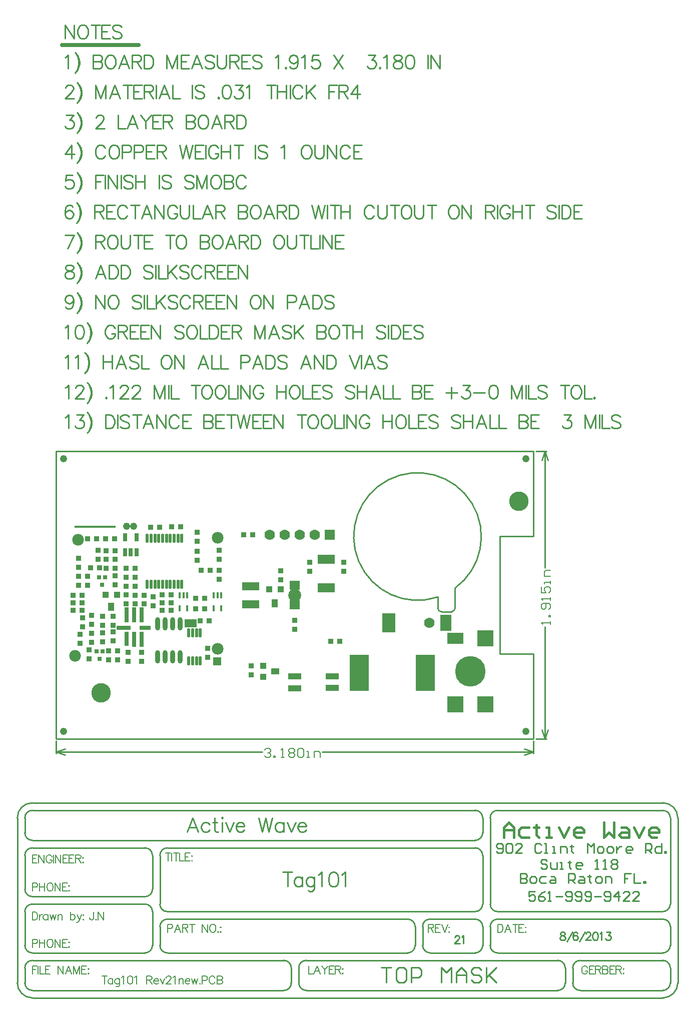
<source format=gts>
%FSLAX25Y25*%
%MOIN*%
G70*
G01*
G75*
G04 Layer_Color=8388736*
%ADD10R,0.08000X0.03500*%
%ADD11R,0.05000X0.03600*%
%ADD12R,0.03600X0.03600*%
%ADD13R,0.03000X0.03000*%
%ADD14R,0.02362X0.02362*%
%ADD15R,0.03000X0.03000*%
%ADD16C,0.04000*%
%ADD17R,0.07400X0.04500*%
%ADD18C,0.01200*%
%ADD19R,0.10000X0.10000*%
%ADD20R,0.10000X0.07000*%
%ADD21O,0.02400X0.08000*%
%ADD22R,0.03600X0.03600*%
%ADD23R,0.03600X0.05000*%
%ADD24R,0.02362X0.10000*%
%ADD25R,0.02362X0.09000*%
%ADD26R,0.07000X0.02362*%
%ADD27R,0.09000X0.02362*%
%ADD28O,0.01600X0.06000*%
%ADD29R,0.06299X0.05118*%
%ADD30O,0.01600X0.06000*%
%ADD31R,0.02000X0.05000*%
%ADD32R,0.11000X0.04500*%
%ADD33R,0.11811X0.23622*%
%ADD34R,0.01378X0.03543*%
%ADD35R,0.01378X0.03543*%
%ADD36R,0.11024X0.05512*%
%ADD37R,0.07000X0.10000*%
%ADD38R,0.08000X0.12000*%
%ADD39C,0.02500*%
%ADD40C,0.04000*%
%ADD41C,0.01500*%
%ADD42C,0.00800*%
%ADD43C,0.01000*%
%ADD44C,0.01200*%
%ADD45C,0.02000*%
%ADD46C,0.01600*%
%ADD47C,0.01400*%
%ADD48C,0.07400*%
%ADD49C,0.00600*%
%ADD50C,0.00500*%
%ADD51C,0.00900*%
%ADD52C,0.06200*%
%ADD53R,0.06200X0.06200*%
%ADD54R,0.05000X0.05000*%
%ADD55C,0.07000*%
%ADD56C,0.12200*%
%ADD57C,0.07800*%
%ADD58C,0.19500*%
%ADD59C,0.02800*%
%ADD60R,0.07000X0.07000*%
%ADD61C,0.03000*%
%ADD62C,0.00984*%
%ADD63C,0.00598*%
%ADD64R,0.27300X0.01800*%
%ADD65R,0.08800X0.04300*%
%ADD66R,0.05800X0.04400*%
%ADD67R,0.04400X0.04400*%
%ADD68R,0.03800X0.03800*%
%ADD69R,0.03400X0.03400*%
%ADD70R,0.03162X0.03162*%
%ADD71R,0.03800X0.03800*%
%ADD72R,0.03400X0.03400*%
%ADD73C,0.04800*%
%ADD74R,0.08200X0.05300*%
%ADD75R,0.10800X0.10800*%
%ADD76R,0.10800X0.07800*%
%ADD77O,0.03200X0.08800*%
%ADD78R,0.04400X0.04400*%
%ADD79R,0.04400X0.05800*%
%ADD80R,0.02762X0.10400*%
%ADD81R,0.02762X0.09400*%
%ADD82R,0.07400X0.02762*%
%ADD83R,0.09400X0.02762*%
%ADD84O,0.02000X0.06400*%
%ADD85R,0.07099X0.05918*%
%ADD86O,0.02000X0.06400*%
%ADD87R,0.02800X0.05800*%
%ADD88R,0.11800X0.05300*%
%ADD89R,0.12611X0.24422*%
%ADD90R,0.01778X0.03943*%
%ADD91R,0.01778X0.03943*%
%ADD92R,0.11824X0.06312*%
%ADD93R,0.07800X0.10800*%
%ADD94R,0.08800X0.12800*%
%ADD95R,0.05800X0.05800*%
%ADD96C,0.13000*%
%ADD97C,0.08600*%
%ADD98C,0.20300*%
D39*
X-1040Y457050D02*
X49960D01*
D41*
X293352Y-70690D02*
Y-64025D01*
X296685Y-60693D01*
X300017Y-64025D01*
Y-70690D01*
Y-65691D01*
X293352D01*
X310014Y-64025D02*
X305015D01*
X303349Y-65691D01*
Y-69024D01*
X305015Y-70690D01*
X310014D01*
X315012Y-62359D02*
Y-64025D01*
X313346D01*
X316678D01*
X315012D01*
Y-69024D01*
X316678Y-70690D01*
X321676D02*
X325009D01*
X323342D01*
Y-64025D01*
X321676D01*
X330007D02*
X333339Y-70690D01*
X336672Y-64025D01*
X345002Y-70690D02*
X341670D01*
X340004Y-69024D01*
Y-65691D01*
X341670Y-64025D01*
X345002D01*
X346668Y-65691D01*
Y-67357D01*
X340004D01*
X359997Y-60693D02*
Y-70690D01*
X363330Y-67357D01*
X366662Y-70690D01*
Y-60693D01*
X371660Y-64025D02*
X374992D01*
X376659Y-65691D01*
Y-70690D01*
X371660D01*
X369994Y-69024D01*
X371660Y-67357D01*
X376659D01*
X379991Y-64025D02*
X383323Y-70690D01*
X386655Y-64025D01*
X394986Y-70690D02*
X391654D01*
X389988Y-69024D01*
Y-65691D01*
X391654Y-64025D01*
X394986D01*
X396652Y-65691D01*
Y-67357D01*
X389988D01*
D42*
X20028Y-120491D02*
Y-124554D01*
X19774Y-125315D01*
X19520Y-125569D01*
X19012Y-125823D01*
X18504D01*
X17996Y-125569D01*
X17742Y-125315D01*
X17489Y-124554D01*
Y-124046D01*
X21653Y-125315D02*
X21399Y-125569D01*
X21653Y-125823D01*
X21907Y-125569D01*
X21653Y-125315D01*
X23075Y-120491D02*
Y-125823D01*
Y-120491D02*
X26629Y-125823D01*
Y-120491D02*
Y-125823D01*
D43*
X211800Y-157503D02*
X218464D01*
X215132D01*
Y-167500D01*
X226795Y-157503D02*
X223463D01*
X221797Y-159169D01*
Y-165834D01*
X223463Y-167500D01*
X226795D01*
X228461Y-165834D01*
Y-159169D01*
X226795Y-157503D01*
X231793Y-167500D02*
Y-157503D01*
X236792D01*
X238458Y-159169D01*
Y-162502D01*
X236792Y-164168D01*
X231793D01*
X251787Y-167500D02*
Y-157503D01*
X255119Y-160836D01*
X258452Y-157503D01*
Y-167500D01*
X261784D02*
Y-160836D01*
X265116Y-157503D01*
X268448Y-160836D01*
Y-167500D01*
Y-162502D01*
X261784D01*
X278445Y-159169D02*
X276779Y-157503D01*
X273447D01*
X271781Y-159169D01*
Y-160836D01*
X273447Y-162502D01*
X276779D01*
X278445Y-164168D01*
Y-165834D01*
X276779Y-167500D01*
X273447D01*
X271781Y-165834D01*
X281777Y-157503D02*
Y-167500D01*
Y-164168D01*
X288442Y-157503D01*
X283443Y-162502D01*
X288442Y-167500D01*
X314500Y186500D02*
X321600D01*
X314500Y-5000D02*
X321600D01*
X320600Y108744D02*
Y186500D01*
Y-5000D02*
Y69556D01*
X318600Y180500D02*
X320600Y186500D01*
X322600Y180500D01*
X320600Y-5000D02*
X322600Y1000D01*
X318600D02*
X320600Y-5000D01*
X313000Y-14900D02*
Y-6500D01*
X-5000Y-14900D02*
Y-6500D01*
X172494Y-13900D02*
X313000D01*
X-5000D02*
X132306D01*
X307000Y-11900D02*
X313000Y-13900D01*
X307000Y-15900D02*
X313000Y-13900D01*
X-5000D02*
X1000Y-15900D01*
X-5000Y-13900D02*
X1000Y-11900D01*
X258500Y79700D02*
G03*
X260800Y82000I0J2300D01*
G01*
X249300D02*
G03*
X251600Y79700I2300J0D01*
G01*
X260785Y95320D02*
G03*
X249300Y89401I-24985J34380D01*
G01*
X-5000Y-5000D02*
X313000D01*
X290500Y130000D02*
X313000D01*
X290500Y51400D02*
X313000D01*
X-5000Y-5000D02*
Y186500D01*
X313000Y-5000D02*
Y51400D01*
X290500D02*
Y130000D01*
X313000D02*
Y186500D01*
X-5000D02*
X313000D01*
X260800Y82000D02*
Y95300D01*
X251600Y79700D02*
X258500D01*
X249300Y82000D02*
Y89400D01*
X151692Y-157718D02*
G03*
X146692Y-152718I-5000J0D01*
G01*
X146808Y-172718D02*
G03*
X151690Y-167750I84J4800D01*
G01*
X161692Y-152718D02*
G03*
X156692Y-157718I0J-5000D01*
G01*
Y-167718D02*
G03*
X161605Y-172717I5000J0D01*
G01*
X334192Y-157718D02*
G03*
X329192Y-152718I-5000J0D01*
G01*
X329308Y-172718D02*
G03*
X334190Y-167750I84J4800D01*
G01*
X339192Y-167818D02*
G03*
X344178Y-172717I4900J0D01*
G01*
X344192Y-152718D02*
G03*
X339192Y-157718I0J-5000D01*
G01*
X59192Y-82618D02*
G03*
X54292Y-77718I-4900J0D01*
G01*
X54392Y-110218D02*
G03*
X59192Y-105418I0J4800D01*
G01*
Y-120118D02*
G03*
X54121Y-115221I-4900J0D01*
G01*
X64192Y-115318D02*
G03*
X69092Y-120218I4900J0D01*
G01*
X64192Y-142818D02*
G03*
X69092Y-147718I4900J0D01*
G01*
X54292D02*
G03*
X59192Y-142818I0J4900D01*
G01*
X234192Y-130118D02*
G03*
X229292Y-125218I-4900J0D01*
G01*
Y-147718D02*
G03*
X234191Y-142732I0J4900D01*
G01*
X239192Y-142618D02*
G03*
X244203Y-147717I5100J0D01*
G01*
X243992Y-125218D02*
G03*
X239199Y-130269I0J-4800D01*
G01*
X69192Y-125218D02*
G03*
X64192Y-130218I0J-5000D01*
G01*
X69192Y-77718D02*
G03*
X64192Y-82718I0J-5000D01*
G01*
X-25808Y-142718D02*
G03*
X-20895Y-147717I5000J0D01*
G01*
X-20808Y-115218D02*
G03*
X-25808Y-120218I0J-5000D01*
G01*
Y-105218D02*
G03*
X-20808Y-110218I5000J0D01*
G01*
Y-77718D02*
G03*
X-25808Y-82718I0J-5000D01*
G01*
Y-67718D02*
G03*
X-20808Y-72718I5000J0D01*
G01*
Y-52718D02*
G03*
X-25808Y-57718I0J-5000D01*
G01*
X279192D02*
G03*
X274192Y-52718I-5000J0D01*
G01*
X289192D02*
G03*
X284192Y-57718I0J-5000D01*
G01*
X274192Y-72718D02*
G03*
X279192Y-67718I0J5000D01*
G01*
Y-82718D02*
G03*
X274192Y-77718I-5000J0D01*
G01*
X-20808Y-152718D02*
G03*
X-25808Y-157718I0J-5000D01*
G01*
X274279Y-120218D02*
G03*
X279193Y-115218I-87J5000D01*
G01*
X-25808Y-167718D02*
G03*
X-20895Y-172717I5000J0D01*
G01*
X279192Y-130118D02*
G03*
X274292Y-125218I-4900J0D01*
G01*
X284192Y-142818D02*
G03*
X289177Y-147717I4900J0D01*
G01*
X274192Y-147718D02*
G03*
X279192Y-142718I0J5000D01*
G01*
X399192Y-172718D02*
G03*
X404192Y-167718I0J5000D01*
G01*
X404192Y-157630D02*
G03*
X399192Y-152717I-5000J-87D01*
G01*
Y-147718D02*
G03*
X404192Y-142718I0J5000D01*
G01*
Y-57618D02*
G03*
X399121Y-52721I-4900J0D01*
G01*
X409192Y-57718D02*
G03*
X399192Y-47718I-10000J0D01*
G01*
Y-177718D02*
G03*
X409192Y-167718I0J10000D01*
G01*
X-30808Y-167618D02*
G03*
X-20884Y-177716I10100J0D01*
G01*
X-20808Y-47718D02*
G03*
X-30808Y-57718I0J-10000D01*
G01*
X284192Y-115218D02*
G03*
X289192Y-120218I5000J0D01*
G01*
X399192D02*
G03*
X404192Y-115218I0J5000D01*
G01*
X289192Y-125218D02*
G03*
X284192Y-130218I0J-5000D01*
G01*
X404192Y-130118D02*
G03*
X399292Y-125218I-4900J0D01*
G01*
X161692Y-172718D02*
X329192D01*
X-20808D02*
X146692D01*
X-20808Y-152718D02*
X146692D01*
X161692D02*
X329192D01*
X344192Y-172718D02*
X399192D01*
X344192Y-152718D02*
X399192D01*
X-20808Y-52718D02*
X274192D01*
X-20808Y-177718D02*
X399192D01*
X-20808Y-47718D02*
X399192D01*
X-20808Y-147718D02*
X54192D01*
X-20808Y-115218D02*
X54192D01*
X-20808Y-110218D02*
X54192D01*
X-20808Y-77718D02*
X54192D01*
X-20808Y-72718D02*
X274192D01*
X69192Y-77718D02*
X274192D01*
X69192Y-125218D02*
X229192D01*
X69192Y-147718D02*
X229192D01*
X244192D02*
X274192D01*
X244192Y-125218D02*
X274192D01*
X289192Y-147718D02*
X399192D01*
X289192Y-52718D02*
X399192D01*
X69192Y-120218D02*
X274192D01*
X289192D02*
X399192D01*
X289192Y-125218D02*
X399192D01*
X151692Y-167718D02*
Y-157718D01*
X156692Y-167718D02*
Y-157718D01*
X334192Y-167718D02*
Y-157718D01*
X339192Y-167718D02*
Y-157718D01*
X409192Y-167718D02*
Y-57718D01*
X-25808Y-142718D02*
Y-120218D01*
X59192Y-142718D02*
Y-120218D01*
X-25808Y-105218D02*
Y-82718D01*
X59192Y-105218D02*
Y-82718D01*
X-25808Y-67718D02*
Y-57718D01*
X279192Y-67718D02*
Y-57718D01*
Y-115218D02*
Y-82718D01*
X64192Y-115218D02*
Y-82718D01*
X234192Y-142718D02*
Y-130218D01*
X64192Y-142718D02*
Y-130218D01*
X239192Y-142718D02*
Y-130218D01*
X279192Y-142718D02*
Y-130218D01*
X404192Y-167718D02*
Y-157718D01*
X-25808Y-167718D02*
Y-157718D01*
X-30808Y-167718D02*
Y-57718D01*
X284192Y-115218D02*
Y-57718D01*
X404192Y-115218D02*
Y-57718D01*
X284192Y-142718D02*
Y-130218D01*
X404192Y-142718D02*
Y-130118D01*
X304352Y-94792D02*
Y-101190D01*
X307551D01*
X308617Y-100123D01*
Y-99057D01*
X307551Y-97991D01*
X304352D01*
X307551D01*
X308617Y-96925D01*
Y-95858D01*
X307551Y-94792D01*
X304352D01*
X311817Y-101190D02*
X313949D01*
X315016Y-100123D01*
Y-97991D01*
X313949Y-96925D01*
X311817D01*
X310750Y-97991D01*
Y-100123D01*
X311817Y-101190D01*
X321413Y-96925D02*
X318214D01*
X317148Y-97991D01*
Y-100123D01*
X318214Y-101190D01*
X321413D01*
X324612Y-96925D02*
X326745D01*
X327811Y-97991D01*
Y-101190D01*
X324612D01*
X323546Y-100123D01*
X324612Y-99057D01*
X327811D01*
X336342Y-101190D02*
Y-94792D01*
X339541D01*
X340607Y-95858D01*
Y-97991D01*
X339541Y-99057D01*
X336342D01*
X338474D02*
X340607Y-101190D01*
X343806Y-96925D02*
X345939D01*
X347005Y-97991D01*
Y-101190D01*
X343806D01*
X342740Y-100123D01*
X343806Y-99057D01*
X347005D01*
X350204Y-95858D02*
Y-96925D01*
X349138D01*
X351270D01*
X350204D01*
Y-100123D01*
X351270Y-101190D01*
X355536D02*
X357668D01*
X358735Y-100123D01*
Y-97991D01*
X357668Y-96925D01*
X355536D01*
X354469Y-97991D01*
Y-100123D01*
X355536Y-101190D01*
X360867D02*
Y-96925D01*
X364066D01*
X365133Y-97991D01*
Y-101190D01*
X377928Y-94792D02*
X373663D01*
Y-97991D01*
X375796D01*
X373663D01*
Y-101190D01*
X380061Y-94792D02*
Y-101190D01*
X384326D01*
X386459D02*
Y-100123D01*
X387525D01*
Y-101190D01*
X386459D01*
X288352Y-80123D02*
X289419Y-81190D01*
X291551D01*
X292618Y-80123D01*
Y-75858D01*
X291551Y-74792D01*
X289419D01*
X288352Y-75858D01*
Y-76925D01*
X289419Y-77991D01*
X292618D01*
X294750Y-75858D02*
X295816Y-74792D01*
X297949D01*
X299015Y-75858D01*
Y-80123D01*
X297949Y-81190D01*
X295816D01*
X294750Y-80123D01*
Y-75858D01*
X305413Y-81190D02*
X301148D01*
X305413Y-76925D01*
Y-75858D01*
X304347Y-74792D01*
X302214D01*
X301148Y-75858D01*
X318209D02*
X317143Y-74792D01*
X315010D01*
X313944Y-75858D01*
Y-80123D01*
X315010Y-81190D01*
X317143D01*
X318209Y-80123D01*
X320342Y-81190D02*
X322475D01*
X321408D01*
Y-74792D01*
X320342D01*
X325674Y-81190D02*
X327806D01*
X326740D01*
Y-76925D01*
X325674D01*
X331005Y-81190D02*
Y-76925D01*
X334204D01*
X335270Y-77991D01*
Y-81190D01*
X338469Y-75858D02*
Y-76925D01*
X337403D01*
X339536D01*
X338469D01*
Y-80123D01*
X339536Y-81190D01*
X349133D02*
Y-74792D01*
X351265Y-76925D01*
X353398Y-74792D01*
Y-81190D01*
X356597D02*
X358730D01*
X359796Y-80123D01*
Y-77991D01*
X358730Y-76925D01*
X356597D01*
X355531Y-77991D01*
Y-80123D01*
X356597Y-81190D01*
X362995D02*
X365127D01*
X366194Y-80123D01*
Y-77991D01*
X365127Y-76925D01*
X362995D01*
X361928Y-77991D01*
Y-80123D01*
X362995Y-81190D01*
X368326Y-76925D02*
Y-81190D01*
Y-79057D01*
X369393Y-77991D01*
X370459Y-76925D01*
X371525D01*
X377923Y-81190D02*
X375791D01*
X374724Y-80123D01*
Y-77991D01*
X375791Y-76925D01*
X377923D01*
X378990Y-77991D01*
Y-79057D01*
X374724D01*
X387520Y-81190D02*
Y-74792D01*
X390719D01*
X391785Y-75858D01*
Y-77991D01*
X390719Y-79057D01*
X387520D01*
X389653D02*
X391785Y-81190D01*
X398183Y-74792D02*
Y-81190D01*
X394984D01*
X393918Y-80123D01*
Y-77991D01*
X394984Y-76925D01*
X398183D01*
X400316Y-81190D02*
Y-80123D01*
X401382D01*
Y-81190D01*
X400316D01*
X314118Y-106792D02*
X309852D01*
Y-109991D01*
X311985Y-108924D01*
X313051D01*
X314118Y-109991D01*
Y-112123D01*
X313051Y-113190D01*
X310919D01*
X309852Y-112123D01*
X320515Y-106792D02*
X318383Y-107858D01*
X316250Y-109991D01*
Y-112123D01*
X317317Y-113190D01*
X319449D01*
X320515Y-112123D01*
Y-111057D01*
X319449Y-109991D01*
X316250D01*
X322648Y-113190D02*
X324781D01*
X323714D01*
Y-106792D01*
X322648Y-107858D01*
X327980Y-109991D02*
X332245D01*
X334378Y-112123D02*
X335444Y-113190D01*
X337577D01*
X338643Y-112123D01*
Y-107858D01*
X337577Y-106792D01*
X335444D01*
X334378Y-107858D01*
Y-108924D01*
X335444Y-109991D01*
X338643D01*
X340776Y-112123D02*
X341842Y-113190D01*
X343974D01*
X345041Y-112123D01*
Y-107858D01*
X343974Y-106792D01*
X341842D01*
X340776Y-107858D01*
Y-108924D01*
X341842Y-109991D01*
X345041D01*
X347174Y-112123D02*
X348240Y-113190D01*
X350373D01*
X351439Y-112123D01*
Y-107858D01*
X350373Y-106792D01*
X348240D01*
X347174Y-107858D01*
Y-108924D01*
X348240Y-109991D01*
X351439D01*
X353571D02*
X357837D01*
X359969Y-112123D02*
X361036Y-113190D01*
X363168D01*
X364235Y-112123D01*
Y-107858D01*
X363168Y-106792D01*
X361036D01*
X359969Y-107858D01*
Y-108924D01*
X361036Y-109991D01*
X364235D01*
X369566Y-113190D02*
Y-106792D01*
X366367Y-109991D01*
X370633D01*
X377030Y-113190D02*
X372765D01*
X377030Y-108924D01*
Y-107858D01*
X375964Y-106792D01*
X373832D01*
X372765Y-107858D01*
X383428Y-113190D02*
X379163D01*
X383428Y-108924D01*
Y-107858D01*
X382362Y-106792D01*
X380229D01*
X379163Y-107858D01*
X322117Y-86358D02*
X321051Y-85292D01*
X318919D01*
X317852Y-86358D01*
Y-87424D01*
X318919Y-88491D01*
X321051D01*
X322117Y-89557D01*
Y-90623D01*
X321051Y-91690D01*
X318919D01*
X317852Y-90623D01*
X324250Y-87424D02*
Y-90623D01*
X325317Y-91690D01*
X328516D01*
Y-87424D01*
X330648Y-91690D02*
X332781D01*
X331714D01*
Y-87424D01*
X330648D01*
X337046Y-86358D02*
Y-87424D01*
X335980D01*
X338112D01*
X337046D01*
Y-90623D01*
X338112Y-91690D01*
X344510D02*
X342378D01*
X341311Y-90623D01*
Y-88491D01*
X342378Y-87424D01*
X344510D01*
X345577Y-88491D01*
Y-89557D01*
X341311D01*
X354107Y-91690D02*
X356240D01*
X355173D01*
Y-85292D01*
X354107Y-86358D01*
X359439Y-91690D02*
X361571D01*
X360505D01*
Y-85292D01*
X359439Y-86358D01*
X364770D02*
X365837Y-85292D01*
X367969D01*
X369036Y-86358D01*
Y-87424D01*
X367969Y-88491D01*
X369036Y-89557D01*
Y-90623D01*
X367969Y-91690D01*
X365837D01*
X364770Y-90623D01*
Y-89557D01*
X365837Y-88491D01*
X364770Y-87424D01*
Y-86358D01*
X365837Y-88491D02*
X367969D01*
X1060Y209034D02*
X1917Y209463D01*
X3202Y210748D01*
Y201750D01*
X8515Y210748D02*
X13228D01*
X10658Y207320D01*
X11943D01*
X12800Y206892D01*
X13228Y206463D01*
X13657Y205178D01*
Y204321D01*
X13228Y203035D01*
X12371Y202179D01*
X11086Y201750D01*
X9801D01*
X8515Y202179D01*
X8087Y202607D01*
X7658Y203464D01*
X15671Y212462D02*
X16528Y211605D01*
X17385Y210320D01*
X18242Y208606D01*
X18670Y206463D01*
Y204749D01*
X18242Y202607D01*
X17385Y200893D01*
X16528Y199608D01*
X15671Y198751D01*
X16528Y211605D02*
X17385Y209891D01*
X17813Y208606D01*
X18242Y206463D01*
Y204749D01*
X17813Y202607D01*
X17385Y201322D01*
X16528Y199608D01*
X27925Y210748D02*
Y201750D01*
Y210748D02*
X30925D01*
X32210Y210320D01*
X33067Y209463D01*
X33496Y208606D01*
X33924Y207320D01*
Y205178D01*
X33496Y203892D01*
X33067Y203035D01*
X32210Y202179D01*
X30925Y201750D01*
X27925D01*
X35938Y210748D02*
Y201750D01*
X43822Y209463D02*
X42965Y210320D01*
X41679Y210748D01*
X39966D01*
X38680Y210320D01*
X37823Y209463D01*
Y208606D01*
X38252Y207749D01*
X38680Y207320D01*
X39537Y206892D01*
X42108Y206035D01*
X42965Y205606D01*
X43393Y205178D01*
X43822Y204321D01*
Y203035D01*
X42965Y202179D01*
X41679Y201750D01*
X39966D01*
X38680Y202179D01*
X37823Y203035D01*
X48835Y210748D02*
Y201750D01*
X45836Y210748D02*
X51834D01*
X59761Y201750D02*
X56334Y210748D01*
X52906Y201750D01*
X54191Y204749D02*
X58476D01*
X61861Y210748D02*
Y201750D01*
Y210748D02*
X67860Y201750D01*
Y210748D02*
Y201750D01*
X76772Y208606D02*
X76344Y209463D01*
X75486Y210320D01*
X74629Y210748D01*
X72916D01*
X72059Y210320D01*
X71202Y209463D01*
X70773Y208606D01*
X70345Y207320D01*
Y205178D01*
X70773Y203892D01*
X71202Y203035D01*
X72059Y202179D01*
X72916Y201750D01*
X74629D01*
X75486Y202179D01*
X76344Y203035D01*
X76772Y203892D01*
X84870Y210748D02*
X79300D01*
Y201750D01*
X84870D01*
X79300Y206463D02*
X82728D01*
X93440Y210748D02*
Y201750D01*
Y210748D02*
X97296D01*
X98582Y210320D01*
X99010Y209891D01*
X99439Y209034D01*
Y208177D01*
X99010Y207320D01*
X98582Y206892D01*
X97296Y206463D01*
X93440D02*
X97296D01*
X98582Y206035D01*
X99010Y205606D01*
X99439Y204749D01*
Y203464D01*
X99010Y202607D01*
X98582Y202179D01*
X97296Y201750D01*
X93440D01*
X107023Y210748D02*
X101452D01*
Y201750D01*
X107023D01*
X101452Y206463D02*
X104880D01*
X111522Y210748D02*
Y201750D01*
X108522Y210748D02*
X114521D01*
X115592D02*
X117735Y201750D01*
X119877Y210748D02*
X117735Y201750D01*
X119877Y210748D02*
X122019Y201750D01*
X124162Y210748D02*
X122019Y201750D01*
X131532Y210748D02*
X125961D01*
Y201750D01*
X131532D01*
X125961Y206463D02*
X129389D01*
X138602Y210748D02*
X133031D01*
Y201750D01*
X138602D01*
X133031Y206463D02*
X136459D01*
X140101Y210748D02*
Y201750D01*
Y210748D02*
X146100Y201750D01*
Y210748D02*
Y201750D01*
X158654Y210748D02*
Y201750D01*
X155655Y210748D02*
X161654D01*
X165296D02*
X164439Y210320D01*
X163582Y209463D01*
X163153Y208606D01*
X162725Y207320D01*
Y205178D01*
X163153Y203892D01*
X163582Y203035D01*
X164439Y202179D01*
X165296Y201750D01*
X167010D01*
X167867Y202179D01*
X168724Y203035D01*
X169152Y203892D01*
X169581Y205178D01*
Y207320D01*
X169152Y208606D01*
X168724Y209463D01*
X167867Y210320D01*
X167010Y210748D01*
X165296D01*
X174251D02*
X173394Y210320D01*
X172537Y209463D01*
X172109Y208606D01*
X171680Y207320D01*
Y205178D01*
X172109Y203892D01*
X172537Y203035D01*
X173394Y202179D01*
X174251Y201750D01*
X175965D01*
X176822Y202179D01*
X177679Y203035D01*
X178107Y203892D01*
X178536Y205178D01*
Y207320D01*
X178107Y208606D01*
X177679Y209463D01*
X176822Y210320D01*
X175965Y210748D01*
X174251D01*
X180635D02*
Y201750D01*
X185777D01*
X186763Y210748D02*
Y201750D01*
X188648Y210748D02*
Y201750D01*
Y210748D02*
X194647Y201750D01*
Y210748D02*
Y201750D01*
X203559Y208606D02*
X203131Y209463D01*
X202274Y210320D01*
X201417Y210748D01*
X199703D01*
X198846Y210320D01*
X197989Y209463D01*
X197560Y208606D01*
X197132Y207320D01*
Y205178D01*
X197560Y203892D01*
X197989Y203035D01*
X198846Y202179D01*
X199703Y201750D01*
X201417D01*
X202274Y202179D01*
X203131Y203035D01*
X203559Y203892D01*
Y205178D01*
X201417D02*
X203559D01*
X212686Y210748D02*
Y201750D01*
X218684Y210748D02*
Y201750D01*
X212686Y206463D02*
X218684D01*
X223740Y210748D02*
X222884Y210320D01*
X222026Y209463D01*
X221598Y208606D01*
X221169Y207320D01*
Y205178D01*
X221598Y203892D01*
X222026Y203035D01*
X222884Y202179D01*
X223740Y201750D01*
X225454D01*
X226311Y202179D01*
X227168Y203035D01*
X227597Y203892D01*
X228025Y205178D01*
Y207320D01*
X227597Y208606D01*
X227168Y209463D01*
X226311Y210320D01*
X225454Y210748D01*
X223740D01*
X230125D02*
Y201750D01*
X235266D01*
X241822Y210748D02*
X236252D01*
Y201750D01*
X241822D01*
X236252Y206463D02*
X239680D01*
X249321Y209463D02*
X248464Y210320D01*
X247178Y210748D01*
X245464D01*
X244179Y210320D01*
X243322Y209463D01*
Y208606D01*
X243750Y207749D01*
X244179Y207320D01*
X245036Y206892D01*
X247607Y206035D01*
X248464Y205606D01*
X248892Y205178D01*
X249321Y204321D01*
Y203035D01*
X248464Y202179D01*
X247178Y201750D01*
X245464D01*
X244179Y202179D01*
X243322Y203035D01*
X264403Y209463D02*
X263546Y210320D01*
X262261Y210748D01*
X260547D01*
X259261Y210320D01*
X258404Y209463D01*
Y208606D01*
X258833Y207749D01*
X259261Y207320D01*
X260118Y206892D01*
X262689Y206035D01*
X263546Y205606D01*
X263975Y205178D01*
X264403Y204321D01*
Y203035D01*
X263546Y202179D01*
X262261Y201750D01*
X260547D01*
X259261Y202179D01*
X258404Y203035D01*
X266417Y210748D02*
Y201750D01*
X272416Y210748D02*
Y201750D01*
X266417Y206463D02*
X272416D01*
X281757Y201750D02*
X278329Y210748D01*
X274901Y201750D01*
X276186Y204749D02*
X280471D01*
X283856Y210748D02*
Y201750D01*
X288998D01*
X289983Y210748D02*
Y201750D01*
X295125D01*
X303181Y210748D02*
Y201750D01*
Y210748D02*
X307037D01*
X308322Y210320D01*
X308751Y209891D01*
X309179Y209034D01*
Y208177D01*
X308751Y207320D01*
X308322Y206892D01*
X307037Y206463D01*
X303181D02*
X307037D01*
X308322Y206035D01*
X308751Y205606D01*
X309179Y204749D01*
Y203464D01*
X308751Y202607D01*
X308322Y202179D01*
X307037Y201750D01*
X303181D01*
X316763Y210748D02*
X311193D01*
Y201750D01*
X316763D01*
X311193Y206463D02*
X314621D01*
X333260Y210748D02*
X337973D01*
X335402Y207320D01*
X336688D01*
X337545Y206892D01*
X337973Y206463D01*
X338402Y205178D01*
Y204321D01*
X337973Y203035D01*
X337116Y202179D01*
X335831Y201750D01*
X334545D01*
X333260Y202179D01*
X332831Y202607D01*
X332403Y203464D01*
X347485Y210748D02*
Y201750D01*
Y210748D02*
X350913Y201750D01*
X354341Y210748D02*
X350913Y201750D01*
X354341Y210748D02*
Y201750D01*
X356912Y210748D02*
Y201750D01*
X358797Y210748D02*
Y201750D01*
X363939D01*
X370923Y209463D02*
X370066Y210320D01*
X368781Y210748D01*
X367067D01*
X365781Y210320D01*
X364924Y209463D01*
Y208606D01*
X365353Y207749D01*
X365781Y207320D01*
X366638Y206892D01*
X369209Y206035D01*
X370066Y205606D01*
X370495Y205178D01*
X370923Y204321D01*
Y203035D01*
X370066Y202179D01*
X368781Y201750D01*
X367067D01*
X365781Y202179D01*
X364924Y203035D01*
X960Y248834D02*
X1817Y249263D01*
X3102Y250548D01*
Y241550D01*
X7558Y248834D02*
X8415Y249263D01*
X9701Y250548D01*
Y241550D01*
X14157Y252262D02*
X15014Y251405D01*
X15871Y250120D01*
X16728Y248406D01*
X17156Y246263D01*
Y244549D01*
X16728Y242407D01*
X15871Y240693D01*
X15014Y239408D01*
X14157Y238551D01*
X15014Y251405D02*
X15871Y249691D01*
X16299Y248406D01*
X16728Y246263D01*
Y244549D01*
X16299Y242407D01*
X15871Y241122D01*
X15014Y239408D01*
X26411Y250548D02*
Y241550D01*
X32410Y250548D02*
Y241550D01*
X26411Y246263D02*
X32410D01*
X41751Y241550D02*
X38323Y250548D01*
X34895Y241550D01*
X36181Y244549D02*
X40465D01*
X49849Y249263D02*
X48992Y250120D01*
X47707Y250548D01*
X45993D01*
X44707Y250120D01*
X43850Y249263D01*
Y248406D01*
X44279Y247549D01*
X44707Y247120D01*
X45564Y246692D01*
X48135Y245835D01*
X48992Y245406D01*
X49421Y244978D01*
X49849Y244121D01*
Y242835D01*
X48992Y241979D01*
X47707Y241550D01*
X45993D01*
X44707Y241979D01*
X43850Y242835D01*
X51863Y250548D02*
Y241550D01*
X57005D01*
X67631Y250548D02*
X66774Y250120D01*
X65917Y249263D01*
X65489Y248406D01*
X65060Y247120D01*
Y244978D01*
X65489Y243692D01*
X65917Y242835D01*
X66774Y241979D01*
X67631Y241550D01*
X69345D01*
X70202Y241979D01*
X71059Y242835D01*
X71487Y243692D01*
X71916Y244978D01*
Y247120D01*
X71487Y248406D01*
X71059Y249263D01*
X70202Y250120D01*
X69345Y250548D01*
X67631D01*
X74015D02*
Y241550D01*
Y250548D02*
X80014Y241550D01*
Y250548D02*
Y241550D01*
X96425D02*
X92997Y250548D01*
X89569Y241550D01*
X90855Y244549D02*
X95139D01*
X98524Y250548D02*
Y241550D01*
X103666D01*
X104652Y250548D02*
Y241550D01*
X109793D01*
X117849Y245835D02*
X121705D01*
X122991Y246263D01*
X123419Y246692D01*
X123847Y247549D01*
Y248834D01*
X123419Y249691D01*
X122991Y250120D01*
X121705Y250548D01*
X117849D01*
Y241550D01*
X132717D02*
X129289Y250548D01*
X125861Y241550D01*
X127147Y244549D02*
X131432D01*
X134817Y250548D02*
Y241550D01*
Y250548D02*
X137816D01*
X139101Y250120D01*
X139958Y249263D01*
X140387Y248406D01*
X140815Y247120D01*
Y244978D01*
X140387Y243692D01*
X139958Y242835D01*
X139101Y241979D01*
X137816Y241550D01*
X134817D01*
X148828Y249263D02*
X147971Y250120D01*
X146686Y250548D01*
X144972D01*
X143686Y250120D01*
X142829Y249263D01*
Y248406D01*
X143258Y247549D01*
X143686Y247120D01*
X144543Y246692D01*
X147114Y245835D01*
X147971Y245406D01*
X148399Y244978D01*
X148828Y244121D01*
Y242835D01*
X147971Y241979D01*
X146686Y241550D01*
X144972D01*
X143686Y241979D01*
X142829Y242835D01*
X164767Y241550D02*
X161339Y250548D01*
X157912Y241550D01*
X159197Y244549D02*
X163482D01*
X166867Y250548D02*
Y241550D01*
Y250548D02*
X172866Y241550D01*
Y250548D02*
Y241550D01*
X175351Y250548D02*
Y241550D01*
Y250548D02*
X178350D01*
X179636Y250120D01*
X180493Y249263D01*
X180921Y248406D01*
X181350Y247120D01*
Y244978D01*
X180921Y243692D01*
X180493Y242835D01*
X179636Y241979D01*
X178350Y241550D01*
X175351D01*
X190433Y250548D02*
X193861Y241550D01*
X197289Y250548D02*
X193861Y241550D01*
X198446Y250548D02*
Y241550D01*
X207187D02*
X203759Y250548D01*
X200331Y241550D01*
X201617Y244549D02*
X205901D01*
X215285Y249263D02*
X214428Y250120D01*
X213143Y250548D01*
X211429D01*
X210143Y250120D01*
X209286Y249263D01*
Y248406D01*
X209715Y247549D01*
X210143Y247120D01*
X211000Y246692D01*
X213571Y245835D01*
X214428Y245406D01*
X214857Y244978D01*
X215285Y244121D01*
Y242835D01*
X214428Y241979D01*
X213143Y241550D01*
X211429D01*
X210143Y241979D01*
X209286Y242835D01*
X1388Y428406D02*
Y428834D01*
X1817Y429691D01*
X2245Y430120D01*
X3102Y430548D01*
X4816D01*
X5673Y430120D01*
X6101Y429691D01*
X6530Y428834D01*
Y427977D01*
X6101Y427120D01*
X5244Y425835D01*
X960Y421550D01*
X6958D01*
X8972Y432262D02*
X9829Y431405D01*
X10686Y430120D01*
X11543Y428406D01*
X11971Y426263D01*
Y424549D01*
X11543Y422407D01*
X10686Y420693D01*
X9829Y419408D01*
X8972Y418551D01*
X9829Y431405D02*
X10686Y429691D01*
X11115Y428406D01*
X11543Y426263D01*
Y424549D01*
X11115Y422407D01*
X10686Y421122D01*
X9829Y419408D01*
X21227Y430548D02*
Y421550D01*
Y430548D02*
X24655Y421550D01*
X28082Y430548D02*
X24655Y421550D01*
X28082Y430548D02*
Y421550D01*
X37509D02*
X34081Y430548D01*
X30653Y421550D01*
X31939Y424549D02*
X36224D01*
X42608Y430548D02*
Y421550D01*
X39608Y430548D02*
X45607D01*
X52249D02*
X46678D01*
Y421550D01*
X52249D01*
X46678Y426263D02*
X50106D01*
X53748Y430548D02*
Y421550D01*
Y430548D02*
X57605D01*
X58890Y430120D01*
X59319Y429691D01*
X59747Y428834D01*
Y427977D01*
X59319Y427120D01*
X58890Y426692D01*
X57605Y426263D01*
X53748D01*
X56748D02*
X59747Y421550D01*
X61761Y430548D02*
Y421550D01*
X70502D02*
X67074Y430548D01*
X63646Y421550D01*
X64932Y424549D02*
X69216D01*
X72601Y430548D02*
Y421550D01*
X77743D01*
X85799Y430548D02*
Y421550D01*
X93683Y429263D02*
X92826Y430120D01*
X91540Y430548D01*
X89826D01*
X88541Y430120D01*
X87684Y429263D01*
Y428406D01*
X88112Y427549D01*
X88541Y427120D01*
X89398Y426692D01*
X91969Y425835D01*
X92826Y425406D01*
X93254Y424978D01*
X93683Y424121D01*
Y422835D01*
X92826Y421979D01*
X91540Y421550D01*
X89826D01*
X88541Y421979D01*
X87684Y422835D01*
X103195Y422407D02*
X102766Y421979D01*
X103195Y421550D01*
X103623Y421979D01*
X103195Y422407D01*
X108165Y430548D02*
X106880Y430120D01*
X106023Y428834D01*
X105594Y426692D01*
Y425406D01*
X106023Y423264D01*
X106880Y421979D01*
X108165Y421550D01*
X109022D01*
X110308Y421979D01*
X111164Y423264D01*
X111593Y425406D01*
Y426692D01*
X111164Y428834D01*
X110308Y430120D01*
X109022Y430548D01*
X108165D01*
X114464D02*
X119177D01*
X116606Y427120D01*
X117892D01*
X118749Y426692D01*
X119177Y426263D01*
X119606Y424978D01*
Y424121D01*
X119177Y422835D01*
X118320Y421979D01*
X117035Y421550D01*
X115749D01*
X114464Y421979D01*
X114035Y422407D01*
X113607Y423264D01*
X121619Y428834D02*
X122476Y429263D01*
X123762Y430548D01*
Y421550D01*
X138287Y430548D02*
Y421550D01*
X135288Y430548D02*
X141287D01*
X142358D02*
Y421550D01*
X148357Y430548D02*
Y421550D01*
X142358Y426263D02*
X148357D01*
X150842Y430548D02*
Y421550D01*
X159154Y428406D02*
X158726Y429263D01*
X157869Y430120D01*
X157012Y430548D01*
X155298D01*
X154441Y430120D01*
X153584Y429263D01*
X153156Y428406D01*
X152727Y427120D01*
Y424978D01*
X153156Y423692D01*
X153584Y422835D01*
X154441Y421979D01*
X155298Y421550D01*
X157012D01*
X157869Y421979D01*
X158726Y422835D01*
X159154Y423692D01*
X161682Y430548D02*
Y421550D01*
X167681Y430548D02*
X161682Y424549D01*
X163825Y426692D02*
X167681Y421550D01*
X176765Y430548D02*
Y421550D01*
Y430548D02*
X182335D01*
X176765Y426263D02*
X180193D01*
X183363Y430548D02*
Y421550D01*
Y430548D02*
X187220D01*
X188505Y430120D01*
X188934Y429691D01*
X189362Y428834D01*
Y427977D01*
X188934Y427120D01*
X188505Y426692D01*
X187220Y426263D01*
X183363D01*
X186363D02*
X189362Y421550D01*
X195661Y430548D02*
X191376Y424549D01*
X197803D01*
X195661Y430548D02*
Y421550D01*
X6530Y287549D02*
X6101Y286263D01*
X5244Y285406D01*
X3959Y284978D01*
X3531D01*
X2245Y285406D01*
X1388Y286263D01*
X960Y287549D01*
Y287977D01*
X1388Y289263D01*
X2245Y290120D01*
X3531Y290548D01*
X3959D01*
X5244Y290120D01*
X6101Y289263D01*
X6530Y287549D01*
Y285406D01*
X6101Y283264D01*
X5244Y281979D01*
X3959Y281550D01*
X3102D01*
X1817Y281979D01*
X1388Y282835D01*
X8972Y292262D02*
X9829Y291405D01*
X10686Y290120D01*
X11543Y288406D01*
X11971Y286263D01*
Y284549D01*
X11543Y282407D01*
X10686Y280693D01*
X9829Y279408D01*
X8972Y278551D01*
X9829Y291405D02*
X10686Y289691D01*
X11115Y288406D01*
X11543Y286263D01*
Y284549D01*
X11115Y282407D01*
X10686Y281121D01*
X9829Y279408D01*
X21227Y290548D02*
Y281550D01*
Y290548D02*
X27225Y281550D01*
Y290548D02*
Y281550D01*
X32282Y290548D02*
X31424Y290120D01*
X30567Y289263D01*
X30139Y288406D01*
X29711Y287120D01*
Y284978D01*
X30139Y283692D01*
X30567Y282835D01*
X31424Y281979D01*
X32282Y281550D01*
X33995D01*
X34852Y281979D01*
X35709Y282835D01*
X36138Y283692D01*
X36566Y284978D01*
Y287120D01*
X36138Y288406D01*
X35709Y289263D01*
X34852Y290120D01*
X33995Y290548D01*
X32282D01*
X51734Y289263D02*
X50877Y290120D01*
X49592Y290548D01*
X47878D01*
X46593Y290120D01*
X45736Y289263D01*
Y288406D01*
X46164Y287549D01*
X46593Y287120D01*
X47450Y286692D01*
X50020Y285835D01*
X50877Y285406D01*
X51306Y284978D01*
X51734Y284121D01*
Y282835D01*
X50877Y281979D01*
X49592Y281550D01*
X47878D01*
X46593Y281979D01*
X45736Y282835D01*
X53748Y290548D02*
Y281550D01*
X55634Y290548D02*
Y281550D01*
X60775D01*
X61761Y290548D02*
Y281550D01*
X67760Y290548D02*
X61761Y284549D01*
X63903Y286692D02*
X67760Y281550D01*
X75772Y289263D02*
X74915Y290120D01*
X73630Y290548D01*
X71916D01*
X70630Y290120D01*
X69773Y289263D01*
Y288406D01*
X70202Y287549D01*
X70630Y287120D01*
X71487Y286692D01*
X74058Y285835D01*
X74915Y285406D01*
X75344Y284978D01*
X75772Y284121D01*
Y282835D01*
X74915Y281979D01*
X73630Y281550D01*
X71916D01*
X70630Y281979D01*
X69773Y282835D01*
X84213Y288406D02*
X83785Y289263D01*
X82928Y290120D01*
X82071Y290548D01*
X80357D01*
X79500Y290120D01*
X78643Y289263D01*
X78215Y288406D01*
X77786Y287120D01*
Y284978D01*
X78215Y283692D01*
X78643Y282835D01*
X79500Y281979D01*
X80357Y281550D01*
X82071D01*
X82928Y281979D01*
X83785Y282835D01*
X84213Y283692D01*
X86741Y290548D02*
Y281550D01*
Y290548D02*
X90597D01*
X91883Y290120D01*
X92311Y289691D01*
X92740Y288834D01*
Y287977D01*
X92311Y287120D01*
X91883Y286692D01*
X90597Y286263D01*
X86741D01*
X89741D02*
X92740Y281550D01*
X100324Y290548D02*
X94754D01*
Y281550D01*
X100324D01*
X94754Y286263D02*
X98182D01*
X107394Y290548D02*
X101824D01*
Y281550D01*
X107394D01*
X101824Y286263D02*
X105252D01*
X108894Y290548D02*
Y281550D01*
Y290548D02*
X114892Y281550D01*
Y290548D02*
Y281550D01*
X127018Y290548D02*
X126161Y290120D01*
X125304Y289263D01*
X124876Y288406D01*
X124447Y287120D01*
Y284978D01*
X124876Y283692D01*
X125304Y282835D01*
X126161Y281979D01*
X127018Y281550D01*
X128732D01*
X129589Y281979D01*
X130446Y282835D01*
X130875Y283692D01*
X131303Y284978D01*
Y287120D01*
X130875Y288406D01*
X130446Y289263D01*
X129589Y290120D01*
X128732Y290548D01*
X127018D01*
X133403D02*
Y281550D01*
Y290548D02*
X139401Y281550D01*
Y290548D02*
Y281550D01*
X148956Y285835D02*
X152813D01*
X154098Y286263D01*
X154527Y286692D01*
X154955Y287549D01*
Y288834D01*
X154527Y289691D01*
X154098Y290120D01*
X152813Y290548D01*
X148956D01*
Y281550D01*
X163825D02*
X160397Y290548D01*
X156969Y281550D01*
X158254Y284549D02*
X162539D01*
X165924Y290548D02*
Y281550D01*
Y290548D02*
X168924D01*
X170209Y290120D01*
X171066Y289263D01*
X171494Y288406D01*
X171923Y287120D01*
Y284978D01*
X171494Y283692D01*
X171066Y282835D01*
X170209Y281979D01*
X168924Y281550D01*
X165924D01*
X179936Y289263D02*
X179079Y290120D01*
X177793Y290548D01*
X176079D01*
X174794Y290120D01*
X173937Y289263D01*
Y288406D01*
X174365Y287549D01*
X174794Y287120D01*
X175651Y286692D01*
X178222Y285835D01*
X179079Y285406D01*
X179507Y284978D01*
X179936Y284121D01*
Y282835D01*
X179079Y281979D01*
X177793Y281550D01*
X176079D01*
X174794Y281979D01*
X173937Y282835D01*
X3102Y310548D02*
X1817Y310120D01*
X1388Y309263D01*
Y308406D01*
X1817Y307549D01*
X2674Y307120D01*
X4387Y306692D01*
X5673Y306263D01*
X6530Y305406D01*
X6958Y304549D01*
Y303264D01*
X6530Y302407D01*
X6101Y301978D01*
X4816Y301550D01*
X3102D01*
X1817Y301978D01*
X1388Y302407D01*
X960Y303264D01*
Y304549D01*
X1388Y305406D01*
X2245Y306263D01*
X3531Y306692D01*
X5244Y307120D01*
X6101Y307549D01*
X6530Y308406D01*
Y309263D01*
X6101Y310120D01*
X4816Y310548D01*
X3102D01*
X8972Y312262D02*
X9829Y311405D01*
X10686Y310120D01*
X11543Y308406D01*
X11971Y306263D01*
Y304549D01*
X11543Y302407D01*
X10686Y300693D01*
X9829Y299408D01*
X8972Y298551D01*
X9829Y311405D02*
X10686Y309691D01*
X11115Y308406D01*
X11543Y306263D01*
Y304549D01*
X11115Y302407D01*
X10686Y301121D01*
X9829Y299408D01*
X28082Y301550D02*
X24655Y310548D01*
X21227Y301550D01*
X22512Y304549D02*
X26797D01*
X30182Y310548D02*
Y301550D01*
Y310548D02*
X33181D01*
X34467Y310120D01*
X35324Y309263D01*
X35752Y308406D01*
X36181Y307120D01*
Y304978D01*
X35752Y303692D01*
X35324Y302835D01*
X34467Y301978D01*
X33181Y301550D01*
X30182D01*
X38195Y310548D02*
Y301550D01*
Y310548D02*
X41194D01*
X42479Y310120D01*
X43336Y309263D01*
X43765Y308406D01*
X44193Y307120D01*
Y304978D01*
X43765Y303692D01*
X43336Y302835D01*
X42479Y301978D01*
X41194Y301550D01*
X38195D01*
X59276Y309263D02*
X58419Y310120D01*
X57133Y310548D01*
X55419D01*
X54134Y310120D01*
X53277Y309263D01*
Y308406D01*
X53705Y307549D01*
X54134Y307120D01*
X54991Y306692D01*
X57562Y305835D01*
X58419Y305406D01*
X58847Y304978D01*
X59276Y304121D01*
Y302835D01*
X58419Y301978D01*
X57133Y301550D01*
X55419D01*
X54134Y301978D01*
X53277Y302835D01*
X61290Y310548D02*
Y301550D01*
X63175Y310548D02*
Y301550D01*
X68317D01*
X69302Y310548D02*
Y301550D01*
X75301Y310548D02*
X69302Y304549D01*
X71444Y306692D02*
X75301Y301550D01*
X83313Y309263D02*
X82456Y310120D01*
X81171Y310548D01*
X79457D01*
X78172Y310120D01*
X77315Y309263D01*
Y308406D01*
X77743Y307549D01*
X78172Y307120D01*
X79029Y306692D01*
X81599Y305835D01*
X82456Y305406D01*
X82885Y304978D01*
X83313Y304121D01*
Y302835D01*
X82456Y301978D01*
X81171Y301550D01*
X79457D01*
X78172Y301978D01*
X77315Y302835D01*
X91754Y308406D02*
X91326Y309263D01*
X90469Y310120D01*
X89612Y310548D01*
X87898D01*
X87041Y310120D01*
X86184Y309263D01*
X85756Y308406D01*
X85327Y307120D01*
Y304978D01*
X85756Y303692D01*
X86184Y302835D01*
X87041Y301978D01*
X87898Y301550D01*
X89612D01*
X90469Y301978D01*
X91326Y302835D01*
X91754Y303692D01*
X94282Y310548D02*
Y301550D01*
Y310548D02*
X98139D01*
X99424Y310120D01*
X99853Y309691D01*
X100281Y308834D01*
Y307977D01*
X99853Y307120D01*
X99424Y306692D01*
X98139Y306263D01*
X94282D01*
X97282D02*
X100281Y301550D01*
X107865Y310548D02*
X102295D01*
Y301550D01*
X107865D01*
X102295Y306263D02*
X105723D01*
X114935Y310548D02*
X109365D01*
Y301550D01*
X114935D01*
X109365Y306263D02*
X112793D01*
X116435Y310548D02*
Y301550D01*
Y310548D02*
X122433Y301550D01*
Y310548D02*
Y301550D01*
X6958Y330548D02*
X2674Y321550D01*
X960Y330548D02*
X6958D01*
X8972Y332262D02*
X9829Y331405D01*
X10686Y330120D01*
X11543Y328406D01*
X11971Y326263D01*
Y324549D01*
X11543Y322407D01*
X10686Y320693D01*
X9829Y319408D01*
X8972Y318551D01*
X9829Y331405D02*
X10686Y329691D01*
X11115Y328406D01*
X11543Y326263D01*
Y324549D01*
X11115Y322407D01*
X10686Y321122D01*
X9829Y319408D01*
X21227Y330548D02*
Y321550D01*
Y330548D02*
X25083D01*
X26368Y330120D01*
X26797Y329691D01*
X27225Y328834D01*
Y327977D01*
X26797Y327120D01*
X26368Y326692D01*
X25083Y326263D01*
X21227D01*
X24226D02*
X27225Y321550D01*
X31810Y330548D02*
X30953Y330120D01*
X30096Y329263D01*
X29668Y328406D01*
X29239Y327120D01*
Y324978D01*
X29668Y323692D01*
X30096Y322835D01*
X30953Y321978D01*
X31810Y321550D01*
X33524D01*
X34381Y321978D01*
X35238Y322835D01*
X35666Y323692D01*
X36095Y324978D01*
Y327120D01*
X35666Y328406D01*
X35238Y329263D01*
X34381Y330120D01*
X33524Y330548D01*
X31810D01*
X38195D02*
Y324121D01*
X38623Y322835D01*
X39480Y321978D01*
X40765Y321550D01*
X41622D01*
X42908Y321978D01*
X43765Y322835D01*
X44193Y324121D01*
Y330548D01*
X49678D02*
Y321550D01*
X46678Y330548D02*
X52677D01*
X59319D02*
X53748D01*
Y321550D01*
X59319D01*
X53748Y326263D02*
X57176D01*
X70888Y330548D02*
Y321550D01*
X67888Y330548D02*
X73887D01*
X77529D02*
X76672Y330120D01*
X75815Y329263D01*
X75387Y328406D01*
X74958Y327120D01*
Y324978D01*
X75387Y323692D01*
X75815Y322835D01*
X76672Y321978D01*
X77529Y321550D01*
X79243D01*
X80100Y321978D01*
X80957Y322835D01*
X81385Y323692D01*
X81814Y324978D01*
Y327120D01*
X81385Y328406D01*
X80957Y329263D01*
X80100Y330120D01*
X79243Y330548D01*
X77529D01*
X90983D02*
Y321550D01*
Y330548D02*
X94840D01*
X96125Y330120D01*
X96553Y329691D01*
X96982Y328834D01*
Y327977D01*
X96553Y327120D01*
X96125Y326692D01*
X94840Y326263D01*
X90983D02*
X94840D01*
X96125Y325835D01*
X96553Y325406D01*
X96982Y324549D01*
Y323264D01*
X96553Y322407D01*
X96125Y321978D01*
X94840Y321550D01*
X90983D01*
X101567Y330548D02*
X100710Y330120D01*
X99853Y329263D01*
X99424Y328406D01*
X98996Y327120D01*
Y324978D01*
X99424Y323692D01*
X99853Y322835D01*
X100710Y321978D01*
X101567Y321550D01*
X103280D01*
X104138Y321978D01*
X104994Y322835D01*
X105423Y323692D01*
X105851Y324978D01*
Y327120D01*
X105423Y328406D01*
X104994Y329263D01*
X104138Y330120D01*
X103280Y330548D01*
X101567D01*
X114807Y321550D02*
X111379Y330548D01*
X107951Y321550D01*
X109236Y324549D02*
X113521D01*
X116906Y330548D02*
Y321550D01*
Y330548D02*
X120763D01*
X122048Y330120D01*
X122476Y329691D01*
X122905Y328834D01*
Y327977D01*
X122476Y327120D01*
X122048Y326692D01*
X120763Y326263D01*
X116906D01*
X119905D02*
X122905Y321550D01*
X124919Y330548D02*
Y321550D01*
Y330548D02*
X127918D01*
X129203Y330120D01*
X130061Y329263D01*
X130489Y328406D01*
X130917Y327120D01*
Y324978D01*
X130489Y323692D01*
X130061Y322835D01*
X129203Y321978D01*
X127918Y321550D01*
X124919D01*
X142572Y330548D02*
X141715Y330120D01*
X140858Y329263D01*
X140430Y328406D01*
X140001Y327120D01*
Y324978D01*
X140430Y323692D01*
X140858Y322835D01*
X141715Y321978D01*
X142572Y321550D01*
X144286D01*
X145143Y321978D01*
X146000Y322835D01*
X146428Y323692D01*
X146857Y324978D01*
Y327120D01*
X146428Y328406D01*
X146000Y329263D01*
X145143Y330120D01*
X144286Y330548D01*
X142572D01*
X148956D02*
Y324121D01*
X149385Y322835D01*
X150242Y321978D01*
X151527Y321550D01*
X152384D01*
X153670Y321978D01*
X154527Y322835D01*
X154955Y324121D01*
Y330548D01*
X160440D02*
Y321550D01*
X157440Y330548D02*
X163439D01*
X164510D02*
Y321550D01*
X169652D01*
X170638Y330548D02*
Y321550D01*
X172523Y330548D02*
Y321550D01*
Y330548D02*
X178522Y321550D01*
Y330548D02*
Y321550D01*
X186577Y330548D02*
X181007D01*
Y321550D01*
X186577D01*
X181007Y326263D02*
X184434D01*
X6101Y349263D02*
X5673Y350120D01*
X4387Y350548D01*
X3531D01*
X2245Y350120D01*
X1388Y348834D01*
X960Y346692D01*
Y344549D01*
X1388Y342835D01*
X2245Y341979D01*
X3531Y341550D01*
X3959D01*
X5244Y341979D01*
X6101Y342835D01*
X6530Y344121D01*
Y344549D01*
X6101Y345835D01*
X5244Y346692D01*
X3959Y347120D01*
X3531D01*
X2245Y346692D01*
X1388Y345835D01*
X960Y344549D01*
X8501Y352262D02*
X9358Y351405D01*
X10215Y350120D01*
X11072Y348406D01*
X11500Y346263D01*
Y344549D01*
X11072Y342407D01*
X10215Y340693D01*
X9358Y339408D01*
X8501Y338551D01*
X9358Y351405D02*
X10215Y349691D01*
X10643Y348406D01*
X11072Y346263D01*
Y344549D01*
X10643Y342407D01*
X10215Y341122D01*
X9358Y339408D01*
X20755Y350548D02*
Y341550D01*
Y350548D02*
X24612D01*
X25897Y350120D01*
X26326Y349691D01*
X26754Y348834D01*
Y347977D01*
X26326Y347120D01*
X25897Y346692D01*
X24612Y346263D01*
X20755D01*
X23755D02*
X26754Y341550D01*
X34338Y350548D02*
X28768D01*
Y341550D01*
X34338D01*
X28768Y346263D02*
X32196D01*
X42265Y348406D02*
X41837Y349263D01*
X40980Y350120D01*
X40123Y350548D01*
X38409D01*
X37552Y350120D01*
X36695Y349263D01*
X36266Y348406D01*
X35838Y347120D01*
Y344978D01*
X36266Y343692D01*
X36695Y342835D01*
X37552Y341979D01*
X38409Y341550D01*
X40123D01*
X40980Y341979D01*
X41837Y342835D01*
X42265Y343692D01*
X47792Y350548D02*
Y341550D01*
X44793Y350548D02*
X50792D01*
X58719Y341550D02*
X55291Y350548D01*
X51863Y341550D01*
X53148Y344549D02*
X57433D01*
X60818Y350548D02*
Y341550D01*
Y350548D02*
X66817Y341550D01*
Y350548D02*
Y341550D01*
X75729Y348406D02*
X75301Y349263D01*
X74444Y350120D01*
X73587Y350548D01*
X71873D01*
X71016Y350120D01*
X70159Y349263D01*
X69731Y348406D01*
X69302Y347120D01*
Y344978D01*
X69731Y343692D01*
X70159Y342835D01*
X71016Y341979D01*
X71873Y341550D01*
X73587D01*
X74444Y341979D01*
X75301Y342835D01*
X75729Y343692D01*
Y344978D01*
X73587D02*
X75729D01*
X77786Y350548D02*
Y344121D01*
X78215Y342835D01*
X79071Y341979D01*
X80357Y341550D01*
X81214D01*
X82499Y341979D01*
X83356Y342835D01*
X83785Y344121D01*
Y350548D01*
X86270D02*
Y341550D01*
X91412D01*
X99253D02*
X95825Y350548D01*
X92397Y341550D01*
X93683Y344549D02*
X97967D01*
X101352Y350548D02*
Y341550D01*
Y350548D02*
X105209D01*
X106494Y350120D01*
X106923Y349691D01*
X107351Y348834D01*
Y347977D01*
X106923Y347120D01*
X106494Y346692D01*
X105209Y346263D01*
X101352D01*
X104352D02*
X107351Y341550D01*
X116435Y350548D02*
Y341550D01*
Y350548D02*
X120291D01*
X121577Y350120D01*
X122005Y349691D01*
X122433Y348834D01*
Y347977D01*
X122005Y347120D01*
X121577Y346692D01*
X120291Y346263D01*
X116435D02*
X120291D01*
X121577Y345835D01*
X122005Y345406D01*
X122433Y344549D01*
Y343264D01*
X122005Y342407D01*
X121577Y341979D01*
X120291Y341550D01*
X116435D01*
X127018Y350548D02*
X126161Y350120D01*
X125304Y349263D01*
X124876Y348406D01*
X124447Y347120D01*
Y344978D01*
X124876Y343692D01*
X125304Y342835D01*
X126161Y341979D01*
X127018Y341550D01*
X128732D01*
X129589Y341979D01*
X130446Y342835D01*
X130875Y343692D01*
X131303Y344978D01*
Y347120D01*
X130875Y348406D01*
X130446Y349263D01*
X129589Y350120D01*
X128732Y350548D01*
X127018D01*
X140258Y341550D02*
X136830Y350548D01*
X133403Y341550D01*
X134688Y344549D02*
X138973D01*
X142358Y350548D02*
Y341550D01*
Y350548D02*
X146214D01*
X147500Y350120D01*
X147928Y349691D01*
X148357Y348834D01*
Y347977D01*
X147928Y347120D01*
X147500Y346692D01*
X146214Y346263D01*
X142358D01*
X145357D02*
X148357Y341550D01*
X150370Y350548D02*
Y341550D01*
Y350548D02*
X153370D01*
X154655Y350120D01*
X155512Y349263D01*
X155941Y348406D01*
X156369Y347120D01*
Y344978D01*
X155941Y343692D01*
X155512Y342835D01*
X154655Y341979D01*
X153370Y341550D01*
X150370D01*
X165453Y350548D02*
X167595Y341550D01*
X169738Y350548D02*
X167595Y341550D01*
X169738Y350548D02*
X171880Y341550D01*
X174022Y350548D02*
X171880Y341550D01*
X175822Y350548D02*
Y341550D01*
X180707Y350548D02*
Y341550D01*
X177707Y350548D02*
X183706D01*
X184777D02*
Y341550D01*
X190776Y350548D02*
Y341550D01*
X184777Y346263D02*
X190776D01*
X206758Y348406D02*
X206330Y349263D01*
X205473Y350120D01*
X204616Y350548D01*
X202902D01*
X202045Y350120D01*
X201188Y349263D01*
X200760Y348406D01*
X200331Y347120D01*
Y344978D01*
X200760Y343692D01*
X201188Y342835D01*
X202045Y341979D01*
X202902Y341550D01*
X204616D01*
X205473Y341979D01*
X206330Y342835D01*
X206758Y343692D01*
X209286Y350548D02*
Y344121D01*
X209715Y342835D01*
X210572Y341979D01*
X211857Y341550D01*
X212714D01*
X214000Y341979D01*
X214857Y342835D01*
X215285Y344121D01*
Y350548D01*
X220770D02*
Y341550D01*
X217770Y350548D02*
X223769D01*
X227411D02*
X226554Y350120D01*
X225697Y349263D01*
X225269Y348406D01*
X224840Y347120D01*
Y344978D01*
X225269Y343692D01*
X225697Y342835D01*
X226554Y341979D01*
X227411Y341550D01*
X229125D01*
X229982Y341979D01*
X230839Y342835D01*
X231267Y343692D01*
X231696Y344978D01*
Y347120D01*
X231267Y348406D01*
X230839Y349263D01*
X229982Y350120D01*
X229125Y350548D01*
X227411D01*
X233795D02*
Y344121D01*
X234224Y342835D01*
X235081Y341979D01*
X236366Y341550D01*
X237223D01*
X238509Y341979D01*
X239366Y342835D01*
X239794Y344121D01*
Y350548D01*
X245279D02*
Y341550D01*
X242279Y350548D02*
X248278D01*
X258990D02*
X258133Y350120D01*
X257276Y349263D01*
X256848Y348406D01*
X256419Y347120D01*
Y344978D01*
X256848Y343692D01*
X257276Y342835D01*
X258133Y341979D01*
X258990Y341550D01*
X260704D01*
X261561Y341979D01*
X262418Y342835D01*
X262846Y343692D01*
X263275Y344978D01*
Y347120D01*
X262846Y348406D01*
X262418Y349263D01*
X261561Y350120D01*
X260704Y350548D01*
X258990D01*
X265374D02*
Y341550D01*
Y350548D02*
X271373Y341550D01*
Y350548D02*
Y341550D01*
X280928Y350548D02*
Y341550D01*
Y350548D02*
X284785D01*
X286070Y350120D01*
X286498Y349691D01*
X286927Y348834D01*
Y347977D01*
X286498Y347120D01*
X286070Y346692D01*
X284785Y346263D01*
X280928D01*
X283927D02*
X286927Y341550D01*
X288941Y350548D02*
Y341550D01*
X297253Y348406D02*
X296825Y349263D01*
X295968Y350120D01*
X295111Y350548D01*
X293397D01*
X292540Y350120D01*
X291683Y349263D01*
X291254Y348406D01*
X290826Y347120D01*
Y344978D01*
X291254Y343692D01*
X291683Y342835D01*
X292540Y341979D01*
X293397Y341550D01*
X295111D01*
X295968Y341979D01*
X296825Y342835D01*
X297253Y343692D01*
Y344978D01*
X295111D02*
X297253D01*
X299310Y350548D02*
Y341550D01*
X305309Y350548D02*
Y341550D01*
X299310Y346263D02*
X305309D01*
X310793Y350548D02*
Y341550D01*
X307794Y350548D02*
X313792D01*
X327932Y349263D02*
X327075Y350120D01*
X325790Y350548D01*
X324076D01*
X322791Y350120D01*
X321934Y349263D01*
Y348406D01*
X322362Y347549D01*
X322791Y347120D01*
X323648Y346692D01*
X326218Y345835D01*
X327075Y345406D01*
X327504Y344978D01*
X327932Y344121D01*
Y342835D01*
X327075Y341979D01*
X325790Y341550D01*
X324076D01*
X322791Y341979D01*
X321934Y342835D01*
X329946Y350548D02*
Y341550D01*
X331832Y350548D02*
Y341550D01*
Y350548D02*
X334831D01*
X336116Y350120D01*
X336973Y349263D01*
X337402Y348406D01*
X337830Y347120D01*
Y344978D01*
X337402Y343692D01*
X336973Y342835D01*
X336116Y341979D01*
X334831Y341550D01*
X331832D01*
X345414Y350548D02*
X339844D01*
Y341550D01*
X345414D01*
X339844Y346263D02*
X343272D01*
X6101Y370548D02*
X1817D01*
X1388Y366692D01*
X1817Y367120D01*
X3102Y367549D01*
X4387D01*
X5673Y367120D01*
X6530Y366263D01*
X6958Y364978D01*
Y364121D01*
X6530Y362835D01*
X5673Y361979D01*
X4387Y361550D01*
X3102D01*
X1817Y361979D01*
X1388Y362407D01*
X960Y363264D01*
X8972Y372262D02*
X9829Y371405D01*
X10686Y370120D01*
X11543Y368406D01*
X11971Y366263D01*
Y364549D01*
X11543Y362407D01*
X10686Y360693D01*
X9829Y359408D01*
X8972Y358551D01*
X9829Y371405D02*
X10686Y369691D01*
X11115Y368406D01*
X11543Y366263D01*
Y364549D01*
X11115Y362407D01*
X10686Y361122D01*
X9829Y359408D01*
X21227Y370548D02*
Y361550D01*
Y370548D02*
X26797D01*
X21227Y366263D02*
X24655D01*
X27825Y370548D02*
Y361550D01*
X29711Y370548D02*
Y361550D01*
Y370548D02*
X35709Y361550D01*
Y370548D02*
Y361550D01*
X38195Y370548D02*
Y361550D01*
X46079Y369263D02*
X45222Y370120D01*
X43936Y370548D01*
X42222D01*
X40937Y370120D01*
X40080Y369263D01*
Y368406D01*
X40508Y367549D01*
X40937Y367120D01*
X41794Y366692D01*
X44365Y365835D01*
X45222Y365406D01*
X45650Y364978D01*
X46079Y364121D01*
Y362835D01*
X45222Y361979D01*
X43936Y361550D01*
X42222D01*
X40937Y361979D01*
X40080Y362835D01*
X48092Y370548D02*
Y361550D01*
X54091Y370548D02*
Y361550D01*
X48092Y366263D02*
X54091D01*
X63646Y370548D02*
Y361550D01*
X71530Y369263D02*
X70673Y370120D01*
X69388Y370548D01*
X67674D01*
X66388Y370120D01*
X65531Y369263D01*
Y368406D01*
X65960Y367549D01*
X66388Y367120D01*
X67245Y366692D01*
X69816Y365835D01*
X70673Y365406D01*
X71102Y364978D01*
X71530Y364121D01*
Y362835D01*
X70673Y361979D01*
X69388Y361550D01*
X67674D01*
X66388Y361979D01*
X65531Y362835D01*
X86613Y369263D02*
X85756Y370120D01*
X84470Y370548D01*
X82756D01*
X81471Y370120D01*
X80614Y369263D01*
Y368406D01*
X81042Y367549D01*
X81471Y367120D01*
X82328Y366692D01*
X84899Y365835D01*
X85756Y365406D01*
X86184Y364978D01*
X86613Y364121D01*
Y362835D01*
X85756Y361979D01*
X84470Y361550D01*
X82756D01*
X81471Y361979D01*
X80614Y362835D01*
X88626Y370548D02*
Y361550D01*
Y370548D02*
X92054Y361550D01*
X95482Y370548D02*
X92054Y361550D01*
X95482Y370548D02*
Y361550D01*
X100624Y370548D02*
X99767Y370120D01*
X98910Y369263D01*
X98482Y368406D01*
X98053Y367120D01*
Y364978D01*
X98482Y363692D01*
X98910Y362835D01*
X99767Y361979D01*
X100624Y361550D01*
X102338D01*
X103195Y361979D01*
X104052Y362835D01*
X104480Y363692D01*
X104909Y364978D01*
Y367120D01*
X104480Y368406D01*
X104052Y369263D01*
X103195Y370120D01*
X102338Y370548D01*
X100624D01*
X107008D02*
Y361550D01*
Y370548D02*
X110865D01*
X112150Y370120D01*
X112578Y369691D01*
X113007Y368834D01*
Y367977D01*
X112578Y367120D01*
X112150Y366692D01*
X110865Y366263D01*
X107008D02*
X110865D01*
X112150Y365835D01*
X112578Y365406D01*
X113007Y364549D01*
Y363264D01*
X112578Y362407D01*
X112150Y361979D01*
X110865Y361550D01*
X107008D01*
X121448Y368406D02*
X121020Y369263D01*
X120163Y370120D01*
X119306Y370548D01*
X117592D01*
X116735Y370120D01*
X115878Y369263D01*
X115449Y368406D01*
X115021Y367120D01*
Y364978D01*
X115449Y363692D01*
X115878Y362835D01*
X116735Y361979D01*
X117592Y361550D01*
X119306D01*
X120163Y361979D01*
X121020Y362835D01*
X121448Y363692D01*
X5244Y390548D02*
X960Y384549D01*
X7387D01*
X5244Y390548D02*
Y381550D01*
X8972Y392262D02*
X9829Y391405D01*
X10686Y390120D01*
X11543Y388406D01*
X11971Y386263D01*
Y384549D01*
X11543Y382407D01*
X10686Y380693D01*
X9829Y379408D01*
X8972Y378551D01*
X9829Y391405D02*
X10686Y389691D01*
X11115Y388406D01*
X11543Y386263D01*
Y384549D01*
X11115Y382407D01*
X10686Y381121D01*
X9829Y379408D01*
X27654Y388406D02*
X27225Y389263D01*
X26368Y390120D01*
X25512Y390548D01*
X23798D01*
X22941Y390120D01*
X22084Y389263D01*
X21655Y388406D01*
X21227Y387120D01*
Y384978D01*
X21655Y383692D01*
X22084Y382835D01*
X22941Y381979D01*
X23798Y381550D01*
X25512D01*
X26368Y381979D01*
X27225Y382835D01*
X27654Y383692D01*
X32753Y390548D02*
X31896Y390120D01*
X31039Y389263D01*
X30610Y388406D01*
X30182Y387120D01*
Y384978D01*
X30610Y383692D01*
X31039Y382835D01*
X31896Y381979D01*
X32753Y381550D01*
X34467D01*
X35324Y381979D01*
X36181Y382835D01*
X36609Y383692D01*
X37038Y384978D01*
Y387120D01*
X36609Y388406D01*
X36181Y389263D01*
X35324Y390120D01*
X34467Y390548D01*
X32753D01*
X39137Y385835D02*
X42993D01*
X44279Y386263D01*
X44707Y386692D01*
X45136Y387549D01*
Y388834D01*
X44707Y389691D01*
X44279Y390120D01*
X42993Y390548D01*
X39137D01*
Y381550D01*
X47150Y385835D02*
X51006D01*
X52291Y386263D01*
X52720Y386692D01*
X53148Y387549D01*
Y388834D01*
X52720Y389691D01*
X52291Y390120D01*
X51006Y390548D01*
X47150D01*
Y381550D01*
X60733Y390548D02*
X55162D01*
Y381550D01*
X60733D01*
X55162Y386263D02*
X58590D01*
X62232Y390548D02*
Y381550D01*
Y390548D02*
X66088D01*
X67374Y390120D01*
X67802Y389691D01*
X68231Y388834D01*
Y387977D01*
X67802Y387120D01*
X67374Y386692D01*
X66088Y386263D01*
X62232D01*
X65232D02*
X68231Y381550D01*
X77315Y390548D02*
X79457Y381550D01*
X81599Y390548D02*
X79457Y381550D01*
X81599Y390548D02*
X83742Y381550D01*
X85884Y390548D02*
X83742Y381550D01*
X93254Y390548D02*
X87684D01*
Y381550D01*
X93254D01*
X87684Y386263D02*
X91112D01*
X94754Y390548D02*
Y381550D01*
X103066Y388406D02*
X102638Y389263D01*
X101781Y390120D01*
X100924Y390548D01*
X99210D01*
X98353Y390120D01*
X97496Y389263D01*
X97068Y388406D01*
X96639Y387120D01*
Y384978D01*
X97068Y383692D01*
X97496Y382835D01*
X98353Y381979D01*
X99210Y381550D01*
X100924D01*
X101781Y381979D01*
X102638Y382835D01*
X103066Y383692D01*
Y384978D01*
X100924D02*
X103066D01*
X105123Y390548D02*
Y381550D01*
X111122Y390548D02*
Y381550D01*
X105123Y386263D02*
X111122D01*
X116606Y390548D02*
Y381550D01*
X113607Y390548D02*
X119606D01*
X127747D02*
Y381550D01*
X135631Y389263D02*
X134774Y390120D01*
X133488Y390548D01*
X131774D01*
X130489Y390120D01*
X129632Y389263D01*
Y388406D01*
X130061Y387549D01*
X130489Y387120D01*
X131346Y386692D01*
X133917Y385835D01*
X134774Y385406D01*
X135202Y384978D01*
X135631Y384121D01*
Y382835D01*
X134774Y381979D01*
X133488Y381550D01*
X131774D01*
X130489Y381979D01*
X129632Y382835D01*
X144714Y388834D02*
X145571Y389263D01*
X146857Y390548D01*
Y381550D01*
X160954Y390548D02*
X160097Y390120D01*
X159240Y389263D01*
X158811Y388406D01*
X158383Y387120D01*
Y384978D01*
X158811Y383692D01*
X159240Y382835D01*
X160097Y381979D01*
X160954Y381550D01*
X162668D01*
X163525Y381979D01*
X164382Y382835D01*
X164810Y383692D01*
X165239Y384978D01*
Y387120D01*
X164810Y388406D01*
X164382Y389263D01*
X163525Y390120D01*
X162668Y390548D01*
X160954D01*
X167338D02*
Y384121D01*
X167767Y382835D01*
X168624Y381979D01*
X169909Y381550D01*
X170766D01*
X172052Y381979D01*
X172908Y382835D01*
X173337Y384121D01*
Y390548D01*
X175822D02*
Y381550D01*
Y390548D02*
X181821Y381550D01*
Y390548D02*
Y381550D01*
X190733Y388406D02*
X190305Y389263D01*
X189448Y390120D01*
X188591Y390548D01*
X186877D01*
X186020Y390120D01*
X185163Y389263D01*
X184734Y388406D01*
X184306Y387120D01*
Y384978D01*
X184734Y383692D01*
X185163Y382835D01*
X186020Y381979D01*
X186877Y381550D01*
X188591D01*
X189448Y381979D01*
X190305Y382835D01*
X190733Y383692D01*
X198831Y390548D02*
X193261D01*
Y381550D01*
X198831D01*
X193261Y386263D02*
X196689D01*
X1817Y410548D02*
X6530D01*
X3959Y407120D01*
X5244D01*
X6101Y406692D01*
X6530Y406263D01*
X6958Y404978D01*
Y404121D01*
X6530Y402835D01*
X5673Y401978D01*
X4388Y401550D01*
X3102D01*
X1817Y401978D01*
X1388Y402407D01*
X960Y403264D01*
X8972Y412262D02*
X9829Y411405D01*
X10686Y410120D01*
X11543Y408406D01*
X11972Y406263D01*
Y404549D01*
X11543Y402407D01*
X10686Y400693D01*
X9829Y399408D01*
X8972Y398551D01*
X9829Y411405D02*
X10686Y409691D01*
X11115Y408406D01*
X11543Y406263D01*
Y404549D01*
X11115Y402407D01*
X10686Y401122D01*
X9829Y399408D01*
X21655Y408406D02*
Y408834D01*
X22084Y409691D01*
X22512Y410120D01*
X23369Y410548D01*
X25083D01*
X25940Y410120D01*
X26368Y409691D01*
X26797Y408834D01*
Y407977D01*
X26368Y407120D01*
X25512Y405835D01*
X21227Y401550D01*
X27225D01*
X36309Y410548D02*
Y401550D01*
X41451D01*
X49292D02*
X45864Y410548D01*
X42437Y401550D01*
X43722Y404549D02*
X48007D01*
X51392Y410548D02*
X54820Y406263D01*
Y401550D01*
X58247Y410548D02*
X54820Y406263D01*
X64974Y410548D02*
X59404D01*
Y401550D01*
X64974D01*
X59404Y406263D02*
X62832D01*
X66474Y410548D02*
Y401550D01*
Y410548D02*
X70331D01*
X71616Y410120D01*
X72044Y409691D01*
X72473Y408834D01*
Y407977D01*
X72044Y407120D01*
X71616Y406692D01*
X70331Y406263D01*
X66474D01*
X69473D02*
X72473Y401550D01*
X81557Y410548D02*
Y401550D01*
Y410548D02*
X85413D01*
X86698Y410120D01*
X87127Y409691D01*
X87555Y408834D01*
Y407977D01*
X87127Y407120D01*
X86698Y406692D01*
X85413Y406263D01*
X81557D02*
X85413D01*
X86698Y405835D01*
X87127Y405406D01*
X87555Y404549D01*
Y403264D01*
X87127Y402407D01*
X86698Y401978D01*
X85413Y401550D01*
X81557D01*
X92140Y410548D02*
X91283Y410120D01*
X90426Y409263D01*
X89998Y408406D01*
X89569Y407120D01*
Y404978D01*
X89998Y403692D01*
X90426Y402835D01*
X91283Y401978D01*
X92140Y401550D01*
X93854D01*
X94711Y401978D01*
X95568Y402835D01*
X95996Y403692D01*
X96425Y404978D01*
Y407120D01*
X95996Y408406D01*
X95568Y409263D01*
X94711Y410120D01*
X93854Y410548D01*
X92140D01*
X105380Y401550D02*
X101952Y410548D01*
X98524Y401550D01*
X99810Y404549D02*
X104095D01*
X107480Y410548D02*
Y401550D01*
Y410548D02*
X111336D01*
X112621Y410120D01*
X113050Y409691D01*
X113478Y408834D01*
Y407977D01*
X113050Y407120D01*
X112621Y406692D01*
X111336Y406263D01*
X107480D01*
X110479D02*
X113478Y401550D01*
X115492Y410548D02*
Y401550D01*
Y410548D02*
X118492D01*
X119777Y410120D01*
X120634Y409263D01*
X121062Y408406D01*
X121491Y407120D01*
Y404978D01*
X121062Y403692D01*
X120634Y402835D01*
X119777Y401978D01*
X118492Y401550D01*
X115492D01*
X960Y268834D02*
X1817Y269263D01*
X3102Y270548D01*
Y261550D01*
X10129Y270548D02*
X8844Y270120D01*
X7987Y268834D01*
X7558Y266692D01*
Y265406D01*
X7987Y263264D01*
X8844Y261979D01*
X10129Y261550D01*
X10986D01*
X12271Y261979D01*
X13128Y263264D01*
X13557Y265406D01*
Y266692D01*
X13128Y268834D01*
X12271Y270120D01*
X10986Y270548D01*
X10129D01*
X15571Y272262D02*
X16428Y271405D01*
X17285Y270120D01*
X18142Y268406D01*
X18570Y266263D01*
Y264549D01*
X18142Y262407D01*
X17285Y260693D01*
X16428Y259408D01*
X15571Y258551D01*
X16428Y271405D02*
X17285Y269691D01*
X17713Y268406D01*
X18142Y266263D01*
Y264549D01*
X17713Y262407D01*
X17285Y261122D01*
X16428Y259408D01*
X34253Y268406D02*
X33824Y269263D01*
X32967Y270120D01*
X32110Y270548D01*
X30396D01*
X29539Y270120D01*
X28682Y269263D01*
X28254Y268406D01*
X27825Y267120D01*
Y264978D01*
X28254Y263692D01*
X28682Y262835D01*
X29539Y261979D01*
X30396Y261550D01*
X32110D01*
X32967Y261979D01*
X33824Y262835D01*
X34253Y263692D01*
Y264978D01*
X32110D02*
X34253D01*
X36309Y270548D02*
Y261550D01*
Y270548D02*
X40165D01*
X41451Y270120D01*
X41879Y269691D01*
X42308Y268834D01*
Y267977D01*
X41879Y267120D01*
X41451Y266692D01*
X40165Y266263D01*
X36309D01*
X39309D02*
X42308Y261550D01*
X49892Y270548D02*
X44322D01*
Y261550D01*
X49892D01*
X44322Y266263D02*
X47750D01*
X56962Y270548D02*
X51392D01*
Y261550D01*
X56962D01*
X51392Y266263D02*
X54820D01*
X58462Y270548D02*
Y261550D01*
Y270548D02*
X64460Y261550D01*
Y270548D02*
Y261550D01*
X80014Y269263D02*
X79157Y270120D01*
X77872Y270548D01*
X76158D01*
X74872Y270120D01*
X74015Y269263D01*
Y268406D01*
X74444Y267549D01*
X74872Y267120D01*
X75729Y266692D01*
X78300Y265835D01*
X79157Y265406D01*
X79586Y264978D01*
X80014Y264121D01*
Y262835D01*
X79157Y261979D01*
X77872Y261550D01*
X76158D01*
X74872Y261979D01*
X74015Y262835D01*
X84599Y270548D02*
X83742Y270120D01*
X82885Y269263D01*
X82456Y268406D01*
X82028Y267120D01*
Y264978D01*
X82456Y263692D01*
X82885Y262835D01*
X83742Y261979D01*
X84599Y261550D01*
X86313D01*
X87170Y261979D01*
X88027Y262835D01*
X88455Y263692D01*
X88884Y264978D01*
Y267120D01*
X88455Y268406D01*
X88027Y269263D01*
X87170Y270120D01*
X86313Y270548D01*
X84599D01*
X90983D02*
Y261550D01*
X96125D01*
X97110Y270548D02*
Y261550D01*
Y270548D02*
X100110D01*
X101395Y270120D01*
X102252Y269263D01*
X102681Y268406D01*
X103109Y267120D01*
Y264978D01*
X102681Y263692D01*
X102252Y262835D01*
X101395Y261979D01*
X100110Y261550D01*
X97110D01*
X110693Y270548D02*
X105123D01*
Y261550D01*
X110693D01*
X105123Y266263D02*
X108551D01*
X112193Y270548D02*
Y261550D01*
Y270548D02*
X116049D01*
X117335Y270120D01*
X117763Y269691D01*
X118192Y268834D01*
Y267977D01*
X117763Y267120D01*
X117335Y266692D01*
X116049Y266263D01*
X112193D01*
X115192D02*
X118192Y261550D01*
X127275Y270548D02*
Y261550D01*
Y270548D02*
X130703Y261550D01*
X134131Y270548D02*
X130703Y261550D01*
X134131Y270548D02*
Y261550D01*
X143558D02*
X140130Y270548D01*
X136702Y261550D01*
X137987Y264549D02*
X142272D01*
X151656Y269263D02*
X150799Y270120D01*
X149513Y270548D01*
X147800D01*
X146514Y270120D01*
X145657Y269263D01*
Y268406D01*
X146086Y267549D01*
X146514Y267120D01*
X147371Y266692D01*
X149942Y265835D01*
X150799Y265406D01*
X151227Y264978D01*
X151656Y264121D01*
Y262835D01*
X150799Y261979D01*
X149513Y261550D01*
X147800D01*
X146514Y261979D01*
X145657Y262835D01*
X153670Y270548D02*
Y261550D01*
X159668Y270548D02*
X153670Y264549D01*
X155812Y266692D02*
X159668Y261550D01*
X168752Y270548D02*
Y261550D01*
Y270548D02*
X172608D01*
X173894Y270120D01*
X174322Y269691D01*
X174751Y268834D01*
Y267977D01*
X174322Y267120D01*
X173894Y266692D01*
X172608Y266263D01*
X168752D02*
X172608D01*
X173894Y265835D01*
X174322Y265406D01*
X174751Y264549D01*
Y263264D01*
X174322Y262407D01*
X173894Y261979D01*
X172608Y261550D01*
X168752D01*
X179336Y270548D02*
X178479Y270120D01*
X177622Y269263D01*
X177193Y268406D01*
X176765Y267120D01*
Y264978D01*
X177193Y263692D01*
X177622Y262835D01*
X178479Y261979D01*
X179336Y261550D01*
X181050D01*
X181906Y261979D01*
X182764Y262835D01*
X183192Y263692D01*
X183620Y264978D01*
Y267120D01*
X183192Y268406D01*
X182764Y269263D01*
X181906Y270120D01*
X181050Y270548D01*
X179336D01*
X188719D02*
Y261550D01*
X185720Y270548D02*
X191719D01*
X192790D02*
Y261550D01*
X198789Y270548D02*
Y261550D01*
X192790Y266263D02*
X198789D01*
X214342Y269263D02*
X213486Y270120D01*
X212200Y270548D01*
X210486D01*
X209201Y270120D01*
X208344Y269263D01*
Y268406D01*
X208772Y267549D01*
X209201Y267120D01*
X210058Y266692D01*
X212629Y265835D01*
X213486Y265406D01*
X213914Y264978D01*
X214342Y264121D01*
Y262835D01*
X213486Y261979D01*
X212200Y261550D01*
X210486D01*
X209201Y261979D01*
X208344Y262835D01*
X216356Y270548D02*
Y261550D01*
X218242Y270548D02*
Y261550D01*
Y270548D02*
X221241D01*
X222526Y270120D01*
X223383Y269263D01*
X223812Y268406D01*
X224240Y267120D01*
Y264978D01*
X223812Y263692D01*
X223383Y262835D01*
X222526Y261979D01*
X221241Y261550D01*
X218242D01*
X231824Y270548D02*
X226254D01*
Y261550D01*
X231824D01*
X226254Y266263D02*
X229682D01*
X239323Y269263D02*
X238466Y270120D01*
X237180Y270548D01*
X235467D01*
X234181Y270120D01*
X233324Y269263D01*
Y268406D01*
X233753Y267549D01*
X234181Y267120D01*
X235038Y266692D01*
X237609Y265835D01*
X238466Y265406D01*
X238894Y264978D01*
X239323Y264121D01*
Y262835D01*
X238466Y261979D01*
X237180Y261550D01*
X235467D01*
X234181Y261979D01*
X233324Y262835D01*
X960Y470548D02*
Y461550D01*
Y470548D02*
X6958Y461550D01*
Y470548D02*
Y461550D01*
X12014Y470548D02*
X11157Y470120D01*
X10300Y469263D01*
X9872Y468406D01*
X9443Y467120D01*
Y464978D01*
X9872Y463692D01*
X10300Y462835D01*
X11157Y461978D01*
X12014Y461550D01*
X13728D01*
X14585Y461978D01*
X15442Y462835D01*
X15871Y463692D01*
X16299Y464978D01*
Y467120D01*
X15871Y468406D01*
X15442Y469263D01*
X14585Y470120D01*
X13728Y470548D01*
X12014D01*
X21398D02*
Y461550D01*
X18399Y470548D02*
X24397D01*
X31039D02*
X25469D01*
Y461550D01*
X31039D01*
X25469Y466263D02*
X28896D01*
X38537Y469263D02*
X37680Y470120D01*
X36395Y470548D01*
X34681D01*
X33395Y470120D01*
X32539Y469263D01*
Y468406D01*
X32967Y467549D01*
X33395Y467120D01*
X34253Y466692D01*
X36823Y465835D01*
X37680Y465406D01*
X38109Y464978D01*
X38537Y464121D01*
Y462835D01*
X37680Y461978D01*
X36395Y461550D01*
X34681D01*
X33395Y461978D01*
X32539Y462835D01*
X960Y448834D02*
X1817Y449263D01*
X3102Y450548D01*
Y441550D01*
X7558Y452262D02*
X8415Y451405D01*
X9272Y450120D01*
X10129Y448406D01*
X10558Y446263D01*
Y444549D01*
X10129Y442407D01*
X9272Y440693D01*
X8415Y439408D01*
X7558Y438551D01*
X8415Y451405D02*
X9272Y449691D01*
X9701Y448406D01*
X10129Y446263D01*
Y444549D01*
X9701Y442407D01*
X9272Y441121D01*
X8415Y439408D01*
X19813Y450548D02*
Y441550D01*
Y450548D02*
X23669D01*
X24954Y450120D01*
X25383Y449691D01*
X25811Y448834D01*
Y447977D01*
X25383Y447120D01*
X24954Y446692D01*
X23669Y446263D01*
X19813D02*
X23669D01*
X24954Y445835D01*
X25383Y445406D01*
X25811Y444549D01*
Y443264D01*
X25383Y442407D01*
X24954Y441979D01*
X23669Y441550D01*
X19813D01*
X30396Y450548D02*
X29539Y450120D01*
X28682Y449263D01*
X28254Y448406D01*
X27825Y447120D01*
Y444978D01*
X28254Y443692D01*
X28682Y442835D01*
X29539Y441979D01*
X30396Y441550D01*
X32110D01*
X32967Y441979D01*
X33824Y442835D01*
X34253Y443692D01*
X34681Y444978D01*
Y447120D01*
X34253Y448406D01*
X33824Y449263D01*
X32967Y450120D01*
X32110Y450548D01*
X30396D01*
X43636Y441550D02*
X40208Y450548D01*
X36781Y441550D01*
X38066Y444549D02*
X42351D01*
X45736Y450548D02*
Y441550D01*
Y450548D02*
X49592D01*
X50877Y450120D01*
X51306Y449691D01*
X51734Y448834D01*
Y447977D01*
X51306Y447120D01*
X50877Y446692D01*
X49592Y446263D01*
X45736D01*
X48735D02*
X51734Y441550D01*
X53748Y450548D02*
Y441550D01*
Y450548D02*
X56748D01*
X58033Y450120D01*
X58890Y449263D01*
X59319Y448406D01*
X59747Y447120D01*
Y444978D01*
X59319Y443692D01*
X58890Y442835D01*
X58033Y441979D01*
X56748Y441550D01*
X53748D01*
X68831Y450548D02*
Y441550D01*
Y450548D02*
X72259Y441550D01*
X75686Y450548D02*
X72259Y441550D01*
X75686Y450548D02*
Y441550D01*
X83828Y450548D02*
X78257D01*
Y441550D01*
X83828D01*
X78257Y446263D02*
X81685D01*
X92183Y441550D02*
X88755Y450548D01*
X85327Y441550D01*
X86613Y444549D02*
X90898D01*
X100281Y449263D02*
X99424Y450120D01*
X98139Y450548D01*
X96425D01*
X95139Y450120D01*
X94282Y449263D01*
Y448406D01*
X94711Y447549D01*
X95139Y447120D01*
X95996Y446692D01*
X98567Y445835D01*
X99424Y445406D01*
X99853Y444978D01*
X100281Y444121D01*
Y442835D01*
X99424Y441979D01*
X98139Y441550D01*
X96425D01*
X95139Y441979D01*
X94282Y442835D01*
X102295Y450548D02*
Y444121D01*
X102724Y442835D01*
X103580Y441979D01*
X104866Y441550D01*
X105723D01*
X107008Y441979D01*
X107865Y442835D01*
X108294Y444121D01*
Y450548D01*
X110779D02*
Y441550D01*
Y450548D02*
X114635D01*
X115921Y450120D01*
X116349Y449691D01*
X116778Y448834D01*
Y447977D01*
X116349Y447120D01*
X115921Y446692D01*
X114635Y446263D01*
X110779D01*
X113778D02*
X116778Y441550D01*
X124362Y450548D02*
X118791D01*
Y441550D01*
X124362D01*
X118791Y446263D02*
X122219D01*
X131860Y449263D02*
X131003Y450120D01*
X129718Y450548D01*
X128004D01*
X126718Y450120D01*
X125861Y449263D01*
Y448406D01*
X126290Y447549D01*
X126718Y447120D01*
X127575Y446692D01*
X130146Y445835D01*
X131003Y445406D01*
X131432Y444978D01*
X131860Y444121D01*
Y442835D01*
X131003Y441979D01*
X129718Y441550D01*
X128004D01*
X126718Y441979D01*
X125861Y442835D01*
X140944Y448834D02*
X141801Y449263D01*
X143086Y450548D01*
Y441550D01*
X147971Y442407D02*
X147543Y441979D01*
X147971Y441550D01*
X148399Y441979D01*
X147971Y442407D01*
X155941Y447549D02*
X155512Y446263D01*
X154655Y445406D01*
X153370Y444978D01*
X152941D01*
X151656Y445406D01*
X150799Y446263D01*
X150370Y447549D01*
Y447977D01*
X150799Y449263D01*
X151656Y450120D01*
X152941Y450548D01*
X153370D01*
X154655Y450120D01*
X155512Y449263D01*
X155941Y447549D01*
Y445406D01*
X155512Y443264D01*
X154655Y441979D01*
X153370Y441550D01*
X152513D01*
X151227Y441979D01*
X150799Y442835D01*
X158383Y448834D02*
X159240Y449263D01*
X160525Y450548D01*
Y441550D01*
X170123Y450548D02*
X165839D01*
X165410Y446692D01*
X165839Y447120D01*
X167124Y447549D01*
X168409D01*
X169695Y447120D01*
X170552Y446263D01*
X170980Y444978D01*
Y444121D01*
X170552Y442835D01*
X169695Y441979D01*
X168409Y441550D01*
X167124D01*
X165839Y441979D01*
X165410Y442407D01*
X164982Y443264D01*
X180064Y450548D02*
X186063Y441550D01*
Y450548D02*
X180064Y441550D01*
X203073Y450548D02*
X207787D01*
X205216Y447120D01*
X206501D01*
X207358Y446692D01*
X207787Y446263D01*
X208215Y444978D01*
Y444121D01*
X207787Y442835D01*
X206930Y441979D01*
X205644Y441550D01*
X204359D01*
X203073Y441979D01*
X202645Y442407D01*
X202217Y443264D01*
X210658Y442407D02*
X210229Y441979D01*
X210658Y441550D01*
X211086Y441979D01*
X210658Y442407D01*
X213057Y448834D02*
X213914Y449263D01*
X215199Y450548D01*
Y441550D01*
X221798Y450548D02*
X220513Y450120D01*
X220084Y449263D01*
Y448406D01*
X220513Y447549D01*
X221370Y447120D01*
X223083Y446692D01*
X224369Y446263D01*
X225226Y445406D01*
X225654Y444549D01*
Y443264D01*
X225226Y442407D01*
X224797Y441979D01*
X223512Y441550D01*
X221798D01*
X220513Y441979D01*
X220084Y442407D01*
X219656Y443264D01*
Y444549D01*
X220084Y445406D01*
X220941Y446263D01*
X222227Y446692D01*
X223940Y447120D01*
X224797Y447549D01*
X225226Y448406D01*
Y449263D01*
X224797Y450120D01*
X223512Y450548D01*
X221798D01*
X230239D02*
X228954Y450120D01*
X228097Y448834D01*
X227668Y446692D01*
Y445406D01*
X228097Y443264D01*
X228954Y441979D01*
X230239Y441550D01*
X231096D01*
X232381Y441979D01*
X233238Y443264D01*
X233667Y445406D01*
Y446692D01*
X233238Y448834D01*
X232381Y450120D01*
X231096Y450548D01*
X230239D01*
X242751D02*
Y441550D01*
X244636Y450548D02*
Y441550D01*
Y450548D02*
X250635Y441550D01*
Y450548D02*
Y441550D01*
X1060Y228934D02*
X1917Y229363D01*
X3202Y230648D01*
Y221650D01*
X8087Y228506D02*
Y228934D01*
X8515Y229791D01*
X8944Y230220D01*
X9801Y230648D01*
X11514D01*
X12371Y230220D01*
X12800Y229791D01*
X13228Y228934D01*
Y228077D01*
X12800Y227220D01*
X11943Y225935D01*
X7658Y221650D01*
X13657D01*
X15671Y232362D02*
X16528Y231505D01*
X17385Y230220D01*
X18242Y228506D01*
X18670Y226363D01*
Y224649D01*
X18242Y222507D01*
X17385Y220793D01*
X16528Y219508D01*
X15671Y218651D01*
X16528Y231505D02*
X17385Y229791D01*
X17813Y228506D01*
X18242Y226363D01*
Y224649D01*
X17813Y222507D01*
X17385Y221221D01*
X16528Y219508D01*
X28354Y222507D02*
X27925Y222078D01*
X28354Y221650D01*
X28782Y222078D01*
X28354Y222507D01*
X30753Y228934D02*
X31610Y229363D01*
X32896Y230648D01*
Y221650D01*
X37780Y228506D02*
Y228934D01*
X38209Y229791D01*
X38637Y230220D01*
X39494Y230648D01*
X41208D01*
X42065Y230220D01*
X42494Y229791D01*
X42922Y228934D01*
Y228077D01*
X42494Y227220D01*
X41637Y225935D01*
X37352Y221650D01*
X43351D01*
X45793Y228506D02*
Y228934D01*
X46221Y229791D01*
X46650Y230220D01*
X47507Y230648D01*
X49221D01*
X50078Y230220D01*
X50506Y229791D01*
X50935Y228934D01*
Y228077D01*
X50506Y227220D01*
X49649Y225935D01*
X45364Y221650D01*
X51363D01*
X60447Y230648D02*
Y221650D01*
Y230648D02*
X63875Y221650D01*
X67303Y230648D02*
X63875Y221650D01*
X67303Y230648D02*
Y221650D01*
X69873Y230648D02*
Y221650D01*
X71759Y230648D02*
Y221650D01*
X76901D01*
X87955Y230648D02*
Y221650D01*
X84956Y230648D02*
X90955D01*
X94597D02*
X93740Y230220D01*
X92883Y229363D01*
X92454Y228506D01*
X92026Y227220D01*
Y225078D01*
X92454Y223792D01*
X92883Y222935D01*
X93740Y222078D01*
X94597Y221650D01*
X96311D01*
X97168Y222078D01*
X98025Y222935D01*
X98453Y223792D01*
X98882Y225078D01*
Y227220D01*
X98453Y228506D01*
X98025Y229363D01*
X97168Y230220D01*
X96311Y230648D01*
X94597D01*
X103552D02*
X102695Y230220D01*
X101838Y229363D01*
X101410Y228506D01*
X100981Y227220D01*
Y225078D01*
X101410Y223792D01*
X101838Y222935D01*
X102695Y222078D01*
X103552Y221650D01*
X105266D01*
X106123Y222078D01*
X106980Y222935D01*
X107408Y223792D01*
X107837Y225078D01*
Y227220D01*
X107408Y228506D01*
X106980Y229363D01*
X106123Y230220D01*
X105266Y230648D01*
X103552D01*
X109936D02*
Y221650D01*
X115078D01*
X116064Y230648D02*
Y221650D01*
X117949Y230648D02*
Y221650D01*
Y230648D02*
X123948Y221650D01*
Y230648D02*
Y221650D01*
X132860Y228506D02*
X132431Y229363D01*
X131574Y230220D01*
X130718Y230648D01*
X129004D01*
X128147Y230220D01*
X127290Y229363D01*
X126861Y228506D01*
X126433Y227220D01*
Y225078D01*
X126861Y223792D01*
X127290Y222935D01*
X128147Y222078D01*
X129004Y221650D01*
X130718D01*
X131574Y222078D01*
X132431Y222935D01*
X132860Y223792D01*
Y225078D01*
X130718D02*
X132860D01*
X141987Y230648D02*
Y221650D01*
X147985Y230648D02*
Y221650D01*
X141987Y226363D02*
X147985D01*
X153041Y230648D02*
X152184Y230220D01*
X151327Y229363D01*
X150899Y228506D01*
X150470Y227220D01*
Y225078D01*
X150899Y223792D01*
X151327Y222935D01*
X152184Y222078D01*
X153041Y221650D01*
X154755D01*
X155612Y222078D01*
X156469Y222935D01*
X156898Y223792D01*
X157326Y225078D01*
Y227220D01*
X156898Y228506D01*
X156469Y229363D01*
X155612Y230220D01*
X154755Y230648D01*
X153041D01*
X159426D02*
Y221650D01*
X164567D01*
X171123Y230648D02*
X165553D01*
Y221650D01*
X171123D01*
X165553Y226363D02*
X168981D01*
X178622Y229363D02*
X177765Y230220D01*
X176479Y230648D01*
X174765D01*
X173480Y230220D01*
X172623Y229363D01*
Y228506D01*
X173051Y227649D01*
X173480Y227220D01*
X174337Y226792D01*
X176908Y225935D01*
X177765Y225506D01*
X178193Y225078D01*
X178622Y224221D01*
Y222935D01*
X177765Y222078D01*
X176479Y221650D01*
X174765D01*
X173480Y222078D01*
X172623Y222935D01*
X193704Y229363D02*
X192847Y230220D01*
X191562Y230648D01*
X189848D01*
X188562Y230220D01*
X187705Y229363D01*
Y228506D01*
X188134Y227649D01*
X188562Y227220D01*
X189419Y226792D01*
X191990Y225935D01*
X192847Y225506D01*
X193276Y225078D01*
X193704Y224221D01*
Y222935D01*
X192847Y222078D01*
X191562Y221650D01*
X189848D01*
X188562Y222078D01*
X187705Y222935D01*
X195718Y230648D02*
Y221650D01*
X201717Y230648D02*
Y221650D01*
X195718Y226363D02*
X201717D01*
X211057Y221650D02*
X207630Y230648D01*
X204202Y221650D01*
X205487Y224649D02*
X209772D01*
X213157Y230648D02*
Y221650D01*
X218299D01*
X219284Y230648D02*
Y221650D01*
X224426D01*
X232482Y230648D02*
Y221650D01*
Y230648D02*
X236338D01*
X237623Y230220D01*
X238052Y229791D01*
X238480Y228934D01*
Y228077D01*
X238052Y227220D01*
X237623Y226792D01*
X236338Y226363D01*
X232482D02*
X236338D01*
X237623Y225935D01*
X238052Y225506D01*
X238480Y224649D01*
Y223364D01*
X238052Y222507D01*
X237623Y222078D01*
X236338Y221650D01*
X232482D01*
X246064Y230648D02*
X240494D01*
Y221650D01*
X246064D01*
X240494Y226363D02*
X243922D01*
X258490Y229363D02*
Y221650D01*
X254634Y225506D02*
X262347D01*
X265860Y230648D02*
X270573D01*
X268002Y227220D01*
X269288D01*
X270145Y226792D01*
X270573Y226363D01*
X271002Y225078D01*
Y224221D01*
X270573Y222935D01*
X269716Y222078D01*
X268431Y221650D01*
X267145D01*
X265860Y222078D01*
X265432Y222507D01*
X265003Y223364D01*
X273016Y225506D02*
X280728D01*
X285956Y230648D02*
X284670Y230220D01*
X283813Y228934D01*
X283385Y226792D01*
Y225506D01*
X283813Y223364D01*
X284670Y222078D01*
X285956Y221650D01*
X286813D01*
X288098Y222078D01*
X288955Y223364D01*
X289384Y225506D01*
Y226792D01*
X288955Y228934D01*
X288098Y230220D01*
X286813Y230648D01*
X285956D01*
X298467D02*
Y221650D01*
Y230648D02*
X301895Y221650D01*
X305323Y230648D02*
X301895Y221650D01*
X305323Y230648D02*
Y221650D01*
X307894Y230648D02*
Y221650D01*
X309779Y230648D02*
Y221650D01*
X314921D01*
X321905Y229363D02*
X321048Y230220D01*
X319763Y230648D01*
X318049D01*
X316763Y230220D01*
X315906Y229363D01*
Y228506D01*
X316335Y227649D01*
X316763Y227220D01*
X317620Y226792D01*
X320191Y225935D01*
X321048Y225506D01*
X321477Y225078D01*
X321905Y224221D01*
Y222935D01*
X321048Y222078D01*
X319763Y221650D01*
X318049D01*
X316763Y222078D01*
X315906Y222935D01*
X333988Y230648D02*
Y221650D01*
X330989Y230648D02*
X336988D01*
X340630D02*
X339773Y230220D01*
X338916Y229363D01*
X338487Y228506D01*
X338059Y227220D01*
Y225078D01*
X338487Y223792D01*
X338916Y222935D01*
X339773Y222078D01*
X340630Y221650D01*
X342344D01*
X343201Y222078D01*
X344057Y222935D01*
X344486Y223792D01*
X344915Y225078D01*
Y227220D01*
X344486Y228506D01*
X344057Y229363D01*
X343201Y230220D01*
X342344Y230648D01*
X340630D01*
X347014D02*
Y221650D01*
X352156D01*
X353570Y222507D02*
X353141Y222078D01*
X353570Y221650D01*
X353998Y222078D01*
X353570Y222507D01*
D49*
X324199Y71156D02*
Y73155D01*
Y72155D01*
X318201D01*
X319201Y71156D01*
X324199Y76154D02*
X323199D01*
Y77154D01*
X324199D01*
Y76154D01*
X323199Y81153D02*
X324199Y82152D01*
Y84152D01*
X323199Y85151D01*
X319201D01*
X318201Y84152D01*
Y82152D01*
X319201Y81153D01*
X320200D01*
X321200Y82152D01*
Y85151D01*
X324199Y87151D02*
Y89150D01*
Y88150D01*
X318201D01*
X319201Y87151D01*
X318201Y96148D02*
Y92149D01*
X321200D01*
X320200Y94148D01*
Y95148D01*
X321200Y96148D01*
X323199D01*
X324199Y95148D01*
Y93149D01*
X323199Y92149D01*
X324199Y98147D02*
Y100146D01*
Y99147D01*
X320200D01*
Y98147D01*
X324199Y103146D02*
X320200D01*
Y106144D01*
X321200Y107144D01*
X324199D01*
X133906Y-12501D02*
X134906Y-11501D01*
X136905D01*
X137905Y-12501D01*
Y-13500D01*
X136905Y-14500D01*
X135905D01*
X136905D01*
X137905Y-15500D01*
Y-16499D01*
X136905Y-17499D01*
X134906D01*
X133906Y-16499D01*
X139904Y-17499D02*
Y-16499D01*
X140904D01*
Y-17499D01*
X139904D01*
X144902D02*
X146902D01*
X145902D01*
Y-11501D01*
X144902Y-12501D01*
X149901D02*
X150900Y-11501D01*
X152900D01*
X153900Y-12501D01*
Y-13500D01*
X152900Y-14500D01*
X153900Y-15500D01*
Y-16499D01*
X152900Y-17499D01*
X150900D01*
X149901Y-16499D01*
Y-15500D01*
X150900Y-14500D01*
X149901Y-13500D01*
Y-12501D01*
X150900Y-14500D02*
X152900D01*
X155899Y-12501D02*
X156898Y-11501D01*
X158898D01*
X159898Y-12501D01*
Y-16499D01*
X158898Y-17499D01*
X156898D01*
X155899Y-16499D01*
Y-12501D01*
X161897Y-17499D02*
X163896D01*
X162897D01*
Y-13500D01*
X161897D01*
X166895Y-17499D02*
Y-13500D01*
X169894D01*
X170894Y-14500D01*
Y-17499D01*
D50*
X27277Y-163168D02*
Y-168500D01*
X25500Y-163168D02*
X29055D01*
X32737Y-164945D02*
Y-168500D01*
Y-165707D02*
X32229Y-165199D01*
X31721Y-164945D01*
X30959D01*
X30451Y-165199D01*
X29943Y-165707D01*
X29690Y-166469D01*
Y-166976D01*
X29943Y-167738D01*
X30451Y-168246D01*
X30959Y-168500D01*
X31721D01*
X32229Y-168246D01*
X32737Y-167738D01*
X37205Y-164945D02*
Y-169008D01*
X36952Y-169770D01*
X36698Y-170024D01*
X36190Y-170277D01*
X35428D01*
X34920Y-170024D01*
X37205Y-165707D02*
X36698Y-165199D01*
X36190Y-164945D01*
X35428D01*
X34920Y-165199D01*
X34412Y-165707D01*
X34159Y-166469D01*
Y-166976D01*
X34412Y-167738D01*
X34920Y-168246D01*
X35428Y-168500D01*
X36190D01*
X36698Y-168246D01*
X37205Y-167738D01*
X38627Y-164183D02*
X39135Y-163929D01*
X39897Y-163168D01*
Y-168500D01*
X44061Y-163168D02*
X43299Y-163422D01*
X42792Y-164183D01*
X42538Y-165453D01*
Y-166215D01*
X42792Y-167484D01*
X43299Y-168246D01*
X44061Y-168500D01*
X44569D01*
X45331Y-168246D01*
X45839Y-167484D01*
X46093Y-166215D01*
Y-165453D01*
X45839Y-164183D01*
X45331Y-163422D01*
X44569Y-163168D01*
X44061D01*
X47286Y-164183D02*
X47794Y-163929D01*
X48555Y-163168D01*
Y-168500D01*
X55386Y-163168D02*
Y-168500D01*
Y-163168D02*
X57671D01*
X58433Y-163422D01*
X58687Y-163676D01*
X58941Y-164183D01*
Y-164691D01*
X58687Y-165199D01*
X58433Y-165453D01*
X57671Y-165707D01*
X55386D01*
X57163D02*
X58941Y-168500D01*
X60134Y-166469D02*
X63181D01*
Y-165961D01*
X62927Y-165453D01*
X62673Y-165199D01*
X62165Y-164945D01*
X61404D01*
X60896Y-165199D01*
X60388Y-165707D01*
X60134Y-166469D01*
Y-166976D01*
X60388Y-167738D01*
X60896Y-168246D01*
X61404Y-168500D01*
X62165D01*
X62673Y-168246D01*
X63181Y-167738D01*
X64324Y-164945D02*
X65847Y-168500D01*
X67371Y-164945D02*
X65847Y-168500D01*
X68488Y-164437D02*
Y-164183D01*
X68742Y-163676D01*
X68996Y-163422D01*
X69503Y-163168D01*
X70519D01*
X71027Y-163422D01*
X71281Y-163676D01*
X71535Y-164183D01*
Y-164691D01*
X71281Y-165199D01*
X70773Y-165961D01*
X68234Y-168500D01*
X71789D01*
X72982Y-164183D02*
X73490Y-163929D01*
X74252Y-163168D01*
Y-168500D01*
X76892Y-164945D02*
Y-168500D01*
Y-165961D02*
X77654Y-165199D01*
X78162Y-164945D01*
X78924D01*
X79432Y-165199D01*
X79685Y-165961D01*
Y-168500D01*
X81082Y-166469D02*
X84129D01*
Y-165961D01*
X83875Y-165453D01*
X83621Y-165199D01*
X83113Y-164945D01*
X82352D01*
X81844Y-165199D01*
X81336Y-165707D01*
X81082Y-166469D01*
Y-166976D01*
X81336Y-167738D01*
X81844Y-168246D01*
X82352Y-168500D01*
X83113D01*
X83621Y-168246D01*
X84129Y-167738D01*
X85272Y-164945D02*
X86287Y-168500D01*
X87303Y-164945D02*
X86287Y-168500D01*
X87303Y-164945D02*
X88319Y-168500D01*
X89334Y-164945D02*
X88319Y-168500D01*
X90832Y-167992D02*
X90578Y-168246D01*
X90832Y-168500D01*
X91086Y-168246D01*
X90832Y-167992D01*
X92254Y-165961D02*
X94539D01*
X95301Y-165707D01*
X95555Y-165453D01*
X95809Y-164945D01*
Y-164183D01*
X95555Y-163676D01*
X95301Y-163422D01*
X94539Y-163168D01*
X92254D01*
Y-168500D01*
X100811Y-164437D02*
X100557Y-163929D01*
X100049Y-163422D01*
X99542Y-163168D01*
X98526D01*
X98018Y-163422D01*
X97510Y-163929D01*
X97256Y-164437D01*
X97003Y-165199D01*
Y-166469D01*
X97256Y-167230D01*
X97510Y-167738D01*
X98018Y-168246D01*
X98526Y-168500D01*
X99542D01*
X100049Y-168246D01*
X100557Y-167738D01*
X100811Y-167230D01*
X102309Y-163168D02*
Y-168500D01*
Y-163168D02*
X104595D01*
X105356Y-163422D01*
X105610Y-163676D01*
X105864Y-164183D01*
Y-164691D01*
X105610Y-165199D01*
X105356Y-165453D01*
X104595Y-165707D01*
X102309D02*
X104595D01*
X105356Y-165961D01*
X105610Y-166215D01*
X105864Y-166723D01*
Y-167484D01*
X105610Y-167992D01*
X105356Y-168246D01*
X104595Y-168500D01*
X102309D01*
X349001Y-157655D02*
X348747Y-157147D01*
X348239Y-156639D01*
X347731Y-156386D01*
X346715D01*
X346208Y-156639D01*
X345700Y-157147D01*
X345446Y-157655D01*
X345192Y-158417D01*
Y-159686D01*
X345446Y-160448D01*
X345700Y-160956D01*
X346208Y-161464D01*
X346715Y-161718D01*
X347731D01*
X348239Y-161464D01*
X348747Y-160956D01*
X349001Y-160448D01*
Y-159686D01*
X347731D02*
X349001D01*
X353520Y-156386D02*
X350219D01*
Y-161718D01*
X353520D01*
X350219Y-158925D02*
X352251D01*
X354409Y-156386D02*
Y-161718D01*
Y-156386D02*
X356694D01*
X357456Y-156639D01*
X357710Y-156893D01*
X357964Y-157401D01*
Y-157909D01*
X357710Y-158417D01*
X357456Y-158671D01*
X356694Y-158925D01*
X354409D01*
X356187D02*
X357964Y-161718D01*
X359157Y-156386D02*
Y-161718D01*
Y-156386D02*
X361443D01*
X362204Y-156639D01*
X362458Y-156893D01*
X362712Y-157401D01*
Y-157909D01*
X362458Y-158417D01*
X362204Y-158671D01*
X361443Y-158925D01*
X359157D02*
X361443D01*
X362204Y-159178D01*
X362458Y-159432D01*
X362712Y-159940D01*
Y-160702D01*
X362458Y-161210D01*
X362204Y-161464D01*
X361443Y-161718D01*
X359157D01*
X367206Y-156386D02*
X363906D01*
Y-161718D01*
X367206D01*
X363906Y-158925D02*
X365937D01*
X368095Y-156386D02*
Y-161718D01*
Y-156386D02*
X370380D01*
X371142Y-156639D01*
X371396Y-156893D01*
X371650Y-157401D01*
Y-157909D01*
X371396Y-158417D01*
X371142Y-158671D01*
X370380Y-158925D01*
X368095D01*
X369873D02*
X371650Y-161718D01*
X373097Y-158163D02*
X372843Y-158417D01*
X373097Y-158671D01*
X373351Y-158417D01*
X373097Y-158163D01*
Y-161210D02*
X372843Y-161464D01*
X373097Y-161718D01*
X373351Y-161464D01*
X373097Y-161210D01*
X-20808Y-156386D02*
Y-161718D01*
Y-156386D02*
X-17507D01*
X-20808Y-158925D02*
X-18777D01*
X-16898Y-156386D02*
Y-161718D01*
X-15780Y-156386D02*
Y-161718D01*
X-12733D01*
X-8849Y-156386D02*
X-12150D01*
Y-161718D01*
X-8849D01*
X-12150Y-158925D02*
X-10118D01*
X-3770Y-156386D02*
Y-161718D01*
Y-156386D02*
X-216Y-161718D01*
Y-156386D02*
Y-161718D01*
X5320D02*
X3289Y-156386D01*
X1257Y-161718D01*
X2019Y-159940D02*
X4558D01*
X6564Y-156386D02*
Y-161718D01*
Y-156386D02*
X8595Y-161718D01*
X10627Y-156386D02*
X8595Y-161718D01*
X10627Y-156386D02*
Y-161718D01*
X15451Y-156386D02*
X12150D01*
Y-161718D01*
X15451D01*
X12150Y-158925D02*
X14182D01*
X16594Y-158163D02*
X16340Y-158417D01*
X16594Y-158671D01*
X16848Y-158417D01*
X16594Y-158163D01*
Y-161210D02*
X16340Y-161464D01*
X16594Y-161718D01*
X16848Y-161464D01*
X16594Y-161210D01*
X-20808Y-120386D02*
Y-125718D01*
Y-120386D02*
X-19031D01*
X-18269Y-120639D01*
X-17761Y-121147D01*
X-17507Y-121655D01*
X-17253Y-122417D01*
Y-123686D01*
X-17507Y-124448D01*
X-17761Y-124956D01*
X-18269Y-125464D01*
X-19031Y-125718D01*
X-20808D01*
X-16060Y-122163D02*
Y-125718D01*
Y-123686D02*
X-15806Y-122925D01*
X-15298Y-122417D01*
X-14790Y-122163D01*
X-14029D01*
X-10499D02*
Y-125718D01*
Y-122925D02*
X-11007Y-122417D01*
X-11515Y-122163D01*
X-12276D01*
X-12784Y-122417D01*
X-13292Y-122925D01*
X-13546Y-123686D01*
Y-124194D01*
X-13292Y-124956D01*
X-12784Y-125464D01*
X-12276Y-125718D01*
X-11515D01*
X-11007Y-125464D01*
X-10499Y-124956D01*
X-9077Y-122163D02*
X-8061Y-125718D01*
X-7046Y-122163D02*
X-8061Y-125718D01*
X-7046Y-122163D02*
X-6030Y-125718D01*
X-5015Y-122163D02*
X-6030Y-125718D01*
X-3770Y-122163D02*
Y-125718D01*
Y-123179D02*
X-3008Y-122417D01*
X-2501Y-122163D01*
X-1739D01*
X-1231Y-122417D01*
X-977Y-123179D01*
Y-125718D01*
X4609Y-120386D02*
Y-125718D01*
Y-122925D02*
X5117Y-122417D01*
X5625Y-122163D01*
X6386D01*
X6894Y-122417D01*
X7402Y-122925D01*
X7656Y-123686D01*
Y-124194D01*
X7402Y-124956D01*
X6894Y-125464D01*
X6386Y-125718D01*
X5625D01*
X5117Y-125464D01*
X4609Y-124956D01*
X9052Y-122163D02*
X10576Y-125718D01*
X12099Y-122163D02*
X10576Y-125718D01*
X10068Y-126733D01*
X9560Y-127241D01*
X9052Y-127495D01*
X8799D01*
X13242Y-122163D02*
X12988Y-122417D01*
X13242Y-122671D01*
X13496Y-122417D01*
X13242Y-122163D01*
Y-125210D02*
X12988Y-125464D01*
X13242Y-125718D01*
X13496Y-125464D01*
X13242Y-125210D01*
X69719Y-81135D02*
Y-86468D01*
X67942Y-81135D02*
X71497D01*
X72132D02*
Y-86468D01*
X75026Y-81135D02*
Y-86468D01*
X73249Y-81135D02*
X76804D01*
X77438D02*
Y-86468D01*
X80485D01*
X84370Y-81135D02*
X81069D01*
Y-86468D01*
X84370D01*
X81069Y-83675D02*
X83101D01*
X85513Y-82913D02*
X85259Y-83167D01*
X85513Y-83421D01*
X85767Y-83167D01*
X85513Y-82913D01*
Y-85960D02*
X85259Y-86214D01*
X85513Y-86468D01*
X85767Y-86214D01*
X85513Y-85960D01*
X69192Y-131429D02*
X71477D01*
X72239Y-131175D01*
X72493Y-130921D01*
X72747Y-130413D01*
Y-129651D01*
X72493Y-129143D01*
X72239Y-128889D01*
X71477Y-128636D01*
X69192D01*
Y-133968D01*
X78003D02*
X75972Y-128636D01*
X73940Y-133968D01*
X74702Y-132190D02*
X77241D01*
X79247Y-128636D02*
Y-133968D01*
Y-128636D02*
X81532D01*
X82294Y-128889D01*
X82548Y-129143D01*
X82802Y-129651D01*
Y-130159D01*
X82548Y-130667D01*
X82294Y-130921D01*
X81532Y-131175D01*
X79247D01*
X81024D02*
X82802Y-133968D01*
X85773Y-128636D02*
Y-133968D01*
X83995Y-128636D02*
X87550D01*
X92374D02*
Y-133968D01*
Y-128636D02*
X95929Y-133968D01*
Y-128636D02*
Y-133968D01*
X98926Y-128636D02*
X98418Y-128889D01*
X97910Y-129397D01*
X97656Y-129905D01*
X97402Y-130667D01*
Y-131936D01*
X97656Y-132698D01*
X97910Y-133206D01*
X98418Y-133714D01*
X98926Y-133968D01*
X99941D01*
X100449Y-133714D01*
X100957Y-133206D01*
X101211Y-132698D01*
X101465Y-131936D01*
Y-130667D01*
X101211Y-129905D01*
X100957Y-129397D01*
X100449Y-128889D01*
X99941Y-128636D01*
X98926D01*
X102963Y-133460D02*
X102709Y-133714D01*
X102963Y-133968D01*
X103217Y-133714D01*
X102963Y-133460D01*
X104639Y-130413D02*
X104385Y-130667D01*
X104639Y-130921D01*
X104893Y-130667D01*
X104639Y-130413D01*
Y-133460D02*
X104385Y-133714D01*
X104639Y-133968D01*
X104893Y-133714D01*
X104639Y-133460D01*
X-17507Y-82385D02*
X-20808D01*
Y-87718D01*
X-17507D01*
X-20808Y-84925D02*
X-18777D01*
X-16618Y-82385D02*
Y-87718D01*
Y-82385D02*
X-13064Y-87718D01*
Y-82385D02*
Y-87718D01*
X-7782Y-83655D02*
X-8036Y-83147D01*
X-8544Y-82639D01*
X-9052Y-82385D01*
X-10067D01*
X-10575Y-82639D01*
X-11083Y-83147D01*
X-11337Y-83655D01*
X-11591Y-84417D01*
Y-85686D01*
X-11337Y-86448D01*
X-11083Y-86956D01*
X-10575Y-87464D01*
X-10067Y-87718D01*
X-9052D01*
X-8544Y-87464D01*
X-8036Y-86956D01*
X-7782Y-86448D01*
Y-85686D01*
X-9052D02*
X-7782D01*
X-6563Y-82385D02*
Y-87718D01*
X-5446Y-82385D02*
Y-87718D01*
Y-82385D02*
X-1891Y-87718D01*
Y-82385D02*
Y-87718D01*
X2882Y-82385D02*
X-419D01*
Y-87718D01*
X2882D01*
X-419Y-84925D02*
X1613D01*
X7072Y-82385D02*
X3771D01*
Y-87718D01*
X7072D01*
X3771Y-84925D02*
X5802D01*
X7961Y-82385D02*
Y-87718D01*
Y-82385D02*
X10246D01*
X11008Y-82639D01*
X11261Y-82893D01*
X11515Y-83401D01*
Y-83909D01*
X11261Y-84417D01*
X11008Y-84671D01*
X10246Y-84925D01*
X7961D01*
X9738D02*
X11515Y-87718D01*
X12963Y-84163D02*
X12709Y-84417D01*
X12963Y-84671D01*
X13217Y-84417D01*
X12963Y-84163D01*
Y-87210D02*
X12709Y-87464D01*
X12963Y-87718D01*
X13217Y-87464D01*
X12963Y-87210D01*
X163192Y-156386D02*
Y-161718D01*
X166239D01*
X170886D02*
X168854Y-156386D01*
X166823Y-161718D01*
X167585Y-159940D02*
X170124D01*
X172130Y-156386D02*
X174161Y-158925D01*
Y-161718D01*
X176192Y-156386D02*
X174161Y-158925D01*
X180179Y-156386D02*
X176878D01*
Y-161718D01*
X180179D01*
X176878Y-158925D02*
X178909D01*
X181068Y-156386D02*
Y-161718D01*
Y-156386D02*
X183353D01*
X184115Y-156639D01*
X184369Y-156893D01*
X184622Y-157401D01*
Y-157909D01*
X184369Y-158417D01*
X184115Y-158671D01*
X183353Y-158925D01*
X181068D01*
X182845D02*
X184622Y-161718D01*
X186070Y-158163D02*
X185816Y-158417D01*
X186070Y-158671D01*
X186324Y-158417D01*
X186070Y-158163D01*
Y-161210D02*
X185816Y-161464D01*
X186070Y-161718D01*
X186324Y-161464D01*
X186070Y-161210D01*
X-20808Y-141428D02*
X-18523D01*
X-17761Y-141175D01*
X-17507Y-140921D01*
X-17253Y-140413D01*
Y-139651D01*
X-17507Y-139143D01*
X-17761Y-138889D01*
X-18523Y-138636D01*
X-20808D01*
Y-143968D01*
X-16060Y-138636D02*
Y-143968D01*
X-12505Y-138636D02*
Y-143968D01*
X-16060Y-141175D02*
X-12505D01*
X-9509Y-138636D02*
X-10017Y-138889D01*
X-10524Y-139397D01*
X-10778Y-139905D01*
X-11032Y-140667D01*
Y-141936D01*
X-10778Y-142698D01*
X-10524Y-143206D01*
X-10017Y-143714D01*
X-9509Y-143968D01*
X-8493D01*
X-7985Y-143714D01*
X-7478Y-143206D01*
X-7224Y-142698D01*
X-6970Y-141936D01*
Y-140667D01*
X-7224Y-139905D01*
X-7478Y-139397D01*
X-7985Y-138889D01*
X-8493Y-138636D01*
X-9509D01*
X-5725D02*
Y-143968D01*
Y-138636D02*
X-2171Y-143968D01*
Y-138636D02*
Y-143968D01*
X2603Y-138636D02*
X-698D01*
Y-143968D01*
X2603D01*
X-698Y-141175D02*
X1333D01*
X3746Y-140413D02*
X3492Y-140667D01*
X3746Y-140921D01*
X3999Y-140667D01*
X3746Y-140413D01*
Y-143460D02*
X3492Y-143714D01*
X3746Y-143968D01*
X3999Y-143714D01*
X3746Y-143460D01*
X-20808Y-103928D02*
X-18523D01*
X-17761Y-103675D01*
X-17507Y-103421D01*
X-17253Y-102913D01*
Y-102151D01*
X-17507Y-101643D01*
X-17761Y-101389D01*
X-18523Y-101136D01*
X-20808D01*
Y-106468D01*
X-16060Y-101136D02*
Y-106468D01*
X-12505Y-101136D02*
Y-106468D01*
X-16060Y-103675D02*
X-12505D01*
X-9509Y-101136D02*
X-10017Y-101389D01*
X-10524Y-101897D01*
X-10778Y-102405D01*
X-11032Y-103167D01*
Y-104436D01*
X-10778Y-105198D01*
X-10524Y-105706D01*
X-10017Y-106214D01*
X-9509Y-106468D01*
X-8493D01*
X-7985Y-106214D01*
X-7478Y-105706D01*
X-7224Y-105198D01*
X-6970Y-104436D01*
Y-103167D01*
X-7224Y-102405D01*
X-7478Y-101897D01*
X-7985Y-101389D01*
X-8493Y-101136D01*
X-9509D01*
X-5725D02*
Y-106468D01*
Y-101136D02*
X-2171Y-106468D01*
Y-101136D02*
Y-106468D01*
X2603Y-101136D02*
X-698D01*
Y-106468D01*
X2603D01*
X-698Y-103675D02*
X1333D01*
X3746Y-102913D02*
X3492Y-103167D01*
X3746Y-103421D01*
X3999Y-103167D01*
X3746Y-102913D01*
Y-105960D02*
X3492Y-106214D01*
X3746Y-106468D01*
X3999Y-106214D01*
X3746Y-105960D01*
X242942Y-128636D02*
Y-133968D01*
Y-128636D02*
X245227D01*
X245989Y-128889D01*
X246243Y-129143D01*
X246497Y-129651D01*
Y-130159D01*
X246243Y-130667D01*
X245989Y-130921D01*
X245227Y-131175D01*
X242942D01*
X244719D02*
X246497Y-133968D01*
X250991Y-128636D02*
X247690D01*
Y-133968D01*
X250991D01*
X247690Y-131175D02*
X249722D01*
X251880Y-128636D02*
X253911Y-133968D01*
X255943Y-128636D02*
X253911Y-133968D01*
X256882Y-130413D02*
X256628Y-130667D01*
X256882Y-130921D01*
X257136Y-130667D01*
X256882Y-130413D01*
Y-133460D02*
X256628Y-133714D01*
X256882Y-133968D01*
X257136Y-133714D01*
X256882Y-133460D01*
X289192Y-128636D02*
Y-133968D01*
Y-128636D02*
X290969D01*
X291731Y-128889D01*
X292239Y-129397D01*
X292493Y-129905D01*
X292747Y-130667D01*
Y-131936D01*
X292493Y-132698D01*
X292239Y-133206D01*
X291731Y-133714D01*
X290969Y-133968D01*
X289192D01*
X298003D02*
X295971Y-128636D01*
X293940Y-133968D01*
X294702Y-132190D02*
X297241D01*
X301024Y-128636D02*
Y-133968D01*
X299247Y-128636D02*
X302802D01*
X306737D02*
X303437D01*
Y-133968D01*
X306737D01*
X303437Y-131175D02*
X305468D01*
X307880Y-130413D02*
X307626Y-130667D01*
X307880Y-130921D01*
X308134Y-130667D01*
X307880Y-130413D01*
Y-133460D02*
X307626Y-133714D01*
X307880Y-133968D01*
X308134Y-133714D01*
X307880Y-133460D01*
D51*
X149199Y-93902D02*
Y-103500D01*
X146000Y-93902D02*
X152399D01*
X159026Y-97101D02*
Y-103500D01*
Y-98472D02*
X158112Y-97558D01*
X157198Y-97101D01*
X155826D01*
X154912Y-97558D01*
X153998Y-98472D01*
X153541Y-99844D01*
Y-100758D01*
X153998Y-102129D01*
X154912Y-103043D01*
X155826Y-103500D01*
X157198D01*
X158112Y-103043D01*
X159026Y-102129D01*
X167070Y-97101D02*
Y-104414D01*
X166613Y-105785D01*
X166156Y-106242D01*
X165242Y-106699D01*
X163871D01*
X162956Y-106242D01*
X167070Y-98472D02*
X166156Y-97558D01*
X165242Y-97101D01*
X163871D01*
X162956Y-97558D01*
X162042Y-98472D01*
X161585Y-99844D01*
Y-100758D01*
X162042Y-102129D01*
X162956Y-103043D01*
X163871Y-103500D01*
X165242D01*
X166156Y-103043D01*
X167070Y-102129D01*
X169629Y-95730D02*
X170543Y-95273D01*
X171914Y-93902D01*
Y-103500D01*
X179410Y-93902D02*
X178039Y-94359D01*
X177125Y-95730D01*
X176668Y-98015D01*
Y-99387D01*
X177125Y-101672D01*
X178039Y-103043D01*
X179410Y-103500D01*
X180324D01*
X181695Y-103043D01*
X182609Y-101672D01*
X183066Y-99387D01*
Y-98015D01*
X182609Y-95730D01*
X181695Y-94359D01*
X180324Y-93902D01*
X179410D01*
X185214Y-95730D02*
X186128Y-95273D01*
X187500Y-93902D01*
Y-103500D01*
X89505Y-67218D02*
X85848Y-57620D01*
X82192Y-67218D01*
X83563Y-64018D02*
X88134D01*
X97229Y-62190D02*
X96315Y-61276D01*
X95401Y-60819D01*
X94029D01*
X93115Y-61276D01*
X92201Y-62190D01*
X91744Y-63561D01*
Y-64475D01*
X92201Y-65847D01*
X93115Y-66761D01*
X94029Y-67218D01*
X95401D01*
X96315Y-66761D01*
X97229Y-65847D01*
X100656Y-57620D02*
Y-65390D01*
X101114Y-66761D01*
X102028Y-67218D01*
X102942D01*
X99285Y-60819D02*
X102485D01*
X105227Y-57620D02*
X105684Y-58077D01*
X106141Y-57620D01*
X105684Y-57163D01*
X105227Y-57620D01*
X105684Y-60819D02*
Y-67218D01*
X107832Y-60819D02*
X110574Y-67218D01*
X113317Y-60819D02*
X110574Y-67218D01*
X114871Y-63561D02*
X120355D01*
Y-62647D01*
X119898Y-61733D01*
X119441Y-61276D01*
X118527Y-60819D01*
X117156D01*
X116242Y-61276D01*
X115328Y-62190D01*
X114871Y-63561D01*
Y-64475D01*
X115328Y-65847D01*
X116242Y-66761D01*
X117156Y-67218D01*
X118527D01*
X119441Y-66761D01*
X120355Y-65847D01*
X129953Y-57620D02*
X132238Y-67218D01*
X134523Y-57620D02*
X132238Y-67218D01*
X134523Y-57620D02*
X136809Y-67218D01*
X139094Y-57620D02*
X136809Y-67218D01*
X146498Y-60819D02*
Y-67218D01*
Y-62190D02*
X145584Y-61276D01*
X144670Y-60819D01*
X143299D01*
X142385Y-61276D01*
X141471Y-62190D01*
X141014Y-63561D01*
Y-64475D01*
X141471Y-65847D01*
X142385Y-66761D01*
X143299Y-67218D01*
X144670D01*
X145584Y-66761D01*
X146498Y-65847D01*
X149058Y-60819D02*
X151800Y-67218D01*
X154542Y-60819D02*
X151800Y-67218D01*
X156096Y-63561D02*
X161581D01*
Y-62647D01*
X161124Y-61733D01*
X160667Y-61276D01*
X159752Y-60819D01*
X158381D01*
X157467Y-61276D01*
X156553Y-62190D01*
X156096Y-63561D01*
Y-64475D01*
X156553Y-65847D01*
X157467Y-66761D01*
X158381Y-67218D01*
X159752D01*
X160667Y-66761D01*
X161581Y-65847D01*
X260696Y-137405D02*
Y-137151D01*
X260950Y-136643D01*
X261204Y-136389D01*
X261712Y-136135D01*
X262727D01*
X263235Y-136389D01*
X263489Y-136643D01*
X263743Y-137151D01*
Y-137659D01*
X263489Y-138167D01*
X262981Y-138928D01*
X260442Y-141468D01*
X263997D01*
X265190Y-137151D02*
X265698Y-136897D01*
X266460Y-136135D01*
Y-141468D01*
X331939Y-133931D02*
X331177Y-134185D01*
X330923Y-134693D01*
Y-135201D01*
X331177Y-135709D01*
X331685Y-135963D01*
X332700Y-136217D01*
X333462Y-136470D01*
X333970Y-136978D01*
X334224Y-137486D01*
Y-138248D01*
X333970Y-138756D01*
X333716Y-139010D01*
X332954Y-139264D01*
X331939D01*
X331177Y-139010D01*
X330923Y-138756D01*
X330669Y-138248D01*
Y-137486D01*
X330923Y-136978D01*
X331431Y-136470D01*
X332193Y-136217D01*
X333208Y-135963D01*
X333716Y-135709D01*
X333970Y-135201D01*
Y-134693D01*
X333716Y-134185D01*
X332954Y-133931D01*
X331939D01*
X335417Y-140025D02*
X338972Y-133931D01*
X342375Y-134693D02*
X342121Y-134185D01*
X341359Y-133931D01*
X340851D01*
X340089Y-134185D01*
X339582Y-134947D01*
X339328Y-136217D01*
Y-137486D01*
X339582Y-138502D01*
X340089Y-139010D01*
X340851Y-139264D01*
X341105D01*
X341867Y-139010D01*
X342375Y-138502D01*
X342629Y-137740D01*
Y-137486D01*
X342375Y-136724D01*
X341867Y-136217D01*
X341105Y-135963D01*
X340851D01*
X340089Y-136217D01*
X339582Y-136724D01*
X339328Y-137486D01*
X343797Y-140025D02*
X347352Y-133931D01*
X347961Y-135201D02*
Y-134947D01*
X348215Y-134439D01*
X348469Y-134185D01*
X348976Y-133931D01*
X349992D01*
X350500Y-134185D01*
X350754Y-134439D01*
X351008Y-134947D01*
Y-135455D01*
X350754Y-135963D01*
X350246Y-136724D01*
X347707Y-139264D01*
X351262D01*
X353979Y-133931D02*
X353217Y-134185D01*
X352709Y-134947D01*
X352455Y-136217D01*
Y-136978D01*
X352709Y-138248D01*
X353217Y-139010D01*
X353979Y-139264D01*
X354486D01*
X355248Y-139010D01*
X355756Y-138248D01*
X356010Y-136978D01*
Y-136217D01*
X355756Y-134947D01*
X355248Y-134185D01*
X354486Y-133931D01*
X353979D01*
X357203Y-134947D02*
X357711Y-134693D01*
X358473Y-133931D01*
Y-139264D01*
X361622Y-133931D02*
X364415D01*
X362891Y-135963D01*
X363653D01*
X364161Y-136217D01*
X364415Y-136470D01*
X364669Y-137232D01*
Y-137740D01*
X364415Y-138502D01*
X363907Y-139010D01*
X363145Y-139264D01*
X362383D01*
X361622Y-139010D01*
X361368Y-138756D01*
X361114Y-138248D01*
D55*
X137432Y131000D02*
D03*
X147432D02*
D03*
X157432D02*
D03*
X167432D02*
D03*
X243800Y72300D02*
D03*
D57*
X102600Y55000D02*
D03*
X102500Y129000D02*
D03*
X7600Y50100D02*
D03*
X9800Y127500D02*
D03*
D60*
X177432Y131000D02*
D03*
D64*
X21050Y136100D02*
D03*
D65*
X154000Y36450D02*
D03*
Y28550D02*
D03*
X179000Y36450D02*
D03*
Y28750D02*
D03*
D66*
X140900Y39900D02*
D03*
D67*
X132900Y36200D02*
D03*
Y43700D02*
D03*
D68*
X26100Y70600D02*
D03*
Y76600D02*
D03*
X12500Y69500D02*
D03*
Y75500D02*
D03*
X59600Y89600D02*
D03*
Y83600D02*
D03*
X41600Y90800D02*
D03*
X18600Y77100D02*
D03*
Y71100D02*
D03*
X18500Y65100D02*
D03*
Y59100D02*
D03*
X33000Y66100D02*
D03*
Y60100D02*
D03*
X43041Y52659D02*
D03*
Y46659D02*
D03*
X89000Y132500D02*
D03*
Y126500D02*
D03*
X52041Y52659D02*
D03*
Y46659D02*
D03*
X17100Y54100D02*
D03*
Y48100D02*
D03*
X89000Y120000D02*
D03*
Y114000D02*
D03*
X22900Y120700D02*
D03*
Y114700D02*
D03*
X34200Y103500D02*
D03*
Y97500D02*
D03*
X96087Y55300D02*
D03*
Y49300D02*
D03*
X164000Y106500D02*
D03*
Y112500D02*
D03*
X186500D02*
D03*
Y106500D02*
D03*
X41600Y102600D02*
D03*
Y96600D02*
D03*
X144500Y107000D02*
D03*
Y101000D02*
D03*
X33100Y70600D02*
D03*
Y76600D02*
D03*
X11100Y58694D02*
D03*
Y64694D02*
D03*
X9900Y97200D02*
D03*
Y103200D02*
D03*
Y109200D02*
D03*
Y115200D02*
D03*
X103500Y114600D02*
D03*
Y120600D02*
D03*
X15900Y103200D02*
D03*
Y97200D02*
D03*
X154000Y68000D02*
D03*
Y74000D02*
D03*
X47600Y96600D02*
D03*
Y102600D02*
D03*
X103600Y107100D02*
D03*
Y101100D02*
D03*
X26100Y59500D02*
D03*
Y65500D02*
D03*
X125000Y43500D02*
D03*
Y37500D02*
D03*
D69*
X41600Y84800D02*
D03*
D70*
X23700Y102500D02*
D03*
X27637D02*
D03*
X25668Y97382D02*
D03*
X24069Y48182D02*
D03*
X26037Y53300D02*
D03*
X22100D02*
D03*
D71*
X12400Y85500D02*
D03*
X6400D02*
D03*
X12400Y80500D02*
D03*
X6400D02*
D03*
X94000Y81500D02*
D03*
X88000D02*
D03*
X94000Y88500D02*
D03*
X88000D02*
D03*
X34100Y128100D02*
D03*
X28100D02*
D03*
X91000Y73500D02*
D03*
X97000D02*
D03*
X64000Y136000D02*
D03*
X58000D02*
D03*
X78100Y136100D02*
D03*
X72100D02*
D03*
X91600Y107100D02*
D03*
X97600D02*
D03*
X126000Y131000D02*
D03*
X120000D02*
D03*
X18000Y108800D02*
D03*
X30041Y47659D02*
D03*
X36041D02*
D03*
X65500Y85500D02*
D03*
X71500D02*
D03*
X12400Y90400D02*
D03*
X6400D02*
D03*
X65500Y80500D02*
D03*
X71500D02*
D03*
X34200Y108500D02*
D03*
X35900Y53400D02*
D03*
X29900D02*
D03*
X28200Y114500D02*
D03*
X34200D02*
D03*
X28200Y120300D02*
D03*
X34200D02*
D03*
X15900Y128100D02*
D03*
X21900D02*
D03*
X53600Y90600D02*
D03*
X47600D02*
D03*
X178000Y60000D02*
D03*
X184000D02*
D03*
X47600Y108600D02*
D03*
X41600D02*
D03*
X65500Y91000D02*
D03*
X71500D02*
D03*
D72*
X47500Y85000D02*
D03*
X53500D02*
D03*
X24000Y108800D02*
D03*
X28200Y108500D02*
D03*
D73*
X308000Y0D02*
D03*
X0Y181500D02*
D03*
X308000D02*
D03*
X0Y0D02*
D03*
X46700Y136400D02*
D03*
X41900D02*
D03*
D74*
X84600Y71800D02*
D03*
D75*
X281000Y62000D02*
D03*
Y18000D02*
D03*
X261000D02*
D03*
D76*
Y62000D02*
D03*
D77*
X62800Y49500D02*
D03*
X67800D02*
D03*
X72800D02*
D03*
X62800Y71500D02*
D03*
X72800D02*
D03*
X77800D02*
D03*
X67800D02*
D03*
X77800Y49500D02*
D03*
D78*
X35600Y90800D02*
D03*
X28100D02*
D03*
X137020Y94500D02*
D03*
X144500D02*
D03*
D79*
X31800Y82800D02*
D03*
X140760Y85051D02*
D03*
D80*
X47100Y61194D02*
D03*
X52100D02*
D03*
X52000Y77500D02*
D03*
X47100Y77400D02*
D03*
X42100D02*
D03*
D81*
Y61694D02*
D03*
D82*
X54307Y69032D02*
D03*
D83*
X40107Y69032D02*
D03*
D84*
X83423Y65400D02*
D03*
X85982Y46715D02*
D03*
X88541D02*
D03*
X83423D02*
D03*
X91100Y65400D02*
D03*
X88541D02*
D03*
X91100Y46715D02*
D03*
X85982Y65400D02*
D03*
D85*
X154015Y97196D02*
D03*
Y84204D02*
D03*
D86*
X55769Y97891D02*
D03*
X63446D02*
D03*
X68564Y128600D02*
D03*
X78800Y97891D02*
D03*
X63446Y128600D02*
D03*
X73682D02*
D03*
X66005Y97891D02*
D03*
X68564D02*
D03*
X71123Y128600D02*
D03*
X73682Y97891D02*
D03*
X76241D02*
D03*
X78800Y128600D02*
D03*
X55769D02*
D03*
X58328Y97891D02*
D03*
X66005Y128600D02*
D03*
X76241D02*
D03*
X60887D02*
D03*
X58328D02*
D03*
X71123Y97891D02*
D03*
X60887D02*
D03*
D87*
X41100Y119100D02*
D03*
Y129100D02*
D03*
X48600D02*
D03*
X44800Y119100D02*
D03*
X48600D02*
D03*
D88*
X124500Y96500D02*
D03*
Y84500D02*
D03*
D89*
X241047Y39000D02*
D03*
X196953D02*
D03*
D90*
X105159Y90431D02*
D03*
X82459D02*
D03*
D91*
X105159Y81769D02*
D03*
X100041D02*
D03*
X102600Y90431D02*
D03*
X100041D02*
D03*
X77341D02*
D03*
X79900D02*
D03*
X77341Y81769D02*
D03*
X82459D02*
D03*
D92*
X175000Y95551D02*
D03*
Y114449D02*
D03*
D93*
X254802Y72202D02*
D03*
D94*
X216802D02*
D03*
D95*
X102400Y46500D02*
D03*
D96*
X24932Y25484D02*
D03*
X303200Y153300D02*
D03*
D97*
X154015Y90700D02*
D03*
D98*
X271000Y40000D02*
D03*
M02*

</source>
